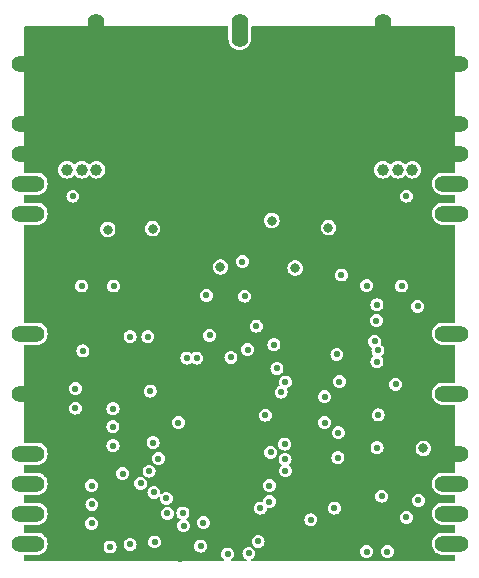
<source format=gbl>
%TF.GenerationSoftware,KiCad,Pcbnew,7.0.2-0*%
%TF.CreationDate,2024-04-25T00:04:58-07:00*%
%TF.ProjectId,LT8490,4c543834-3930-42e6-9b69-6361645f7063,v1.0b*%
%TF.SameCoordinates,Original*%
%TF.FileFunction,Copper,L6,Bot*%
%TF.FilePolarity,Positive*%
%FSLAX46Y46*%
G04 Gerber Fmt 4.6, Leading zero omitted, Abs format (unit mm)*
G04 Created by KiCad (PCBNEW 7.0.2-0) date 2024-04-25 00:04:58*
%MOMM*%
%LPD*%
G01*
G04 APERTURE LIST*
%TA.AperFunction,ComponentPad*%
%ADD10C,1.400000*%
%TD*%
%TA.AperFunction,SMDPad,CuDef*%
%ADD11R,1.400000X1.400000*%
%TD*%
%TA.AperFunction,ViaPad*%
%ADD12C,0.584200*%
%TD*%
%TA.AperFunction,ViaPad*%
%ADD13C,1.000000*%
%TD*%
%TA.AperFunction,ViaPad*%
%ADD14C,0.800000*%
%TD*%
G04 APERTURE END LIST*
D10*
%TO.P,J2,1,Pin_1*%
%TO.N,GND*%
X130650000Y-86910000D03*
D11*
X129950000Y-86910000D03*
D10*
X129250000Y-86910000D03*
%TD*%
%TO.P,J12,1,Pin_1*%
%TO.N,GND*%
X166499997Y-79290012D03*
D11*
X165799997Y-79290012D03*
D10*
X165099997Y-79290012D03*
%TD*%
%TO.P,J10,1,Pin_1*%
%TO.N,REG_{FAULT}*%
X166500000Y-114850000D03*
D11*
X165800000Y-114850000D03*
D10*
X165100000Y-114850000D03*
%TD*%
%TO.P,J3,1,Pin_1*%
%TO.N,VSOLAR*%
X130650000Y-89450000D03*
D11*
X129950000Y-89450000D03*
D10*
X129250000Y-89450000D03*
%TD*%
%TO.P,J1,1,Pin_1*%
%TO.N,GND*%
X130650000Y-84370000D03*
D11*
X129950000Y-84370000D03*
D10*
X129250000Y-84370000D03*
%TD*%
%TO.P,J7,1,Pin_1*%
%TO.N,VBATT*%
X166500000Y-89450000D03*
D11*
X165800000Y-89450000D03*
D10*
X165100000Y-89450000D03*
%TD*%
%TO.P,J9,1,Pin_1*%
%TO.N,unconnected-(J9-Pin_1-Pad1)*%
X130650000Y-117390000D03*
D11*
X129950000Y-117390000D03*
D10*
X129250000Y-117390000D03*
%TD*%
%TO.P,J24,1,Pin_1*%
%TO.N,unconnected-(J24-Pin_1-Pad1)*%
X130650000Y-114850000D03*
D11*
X129950000Y-114850000D03*
D10*
X129250000Y-114850000D03*
%TD*%
%TO.P,J14,1,Pin_1*%
%TO.N,GND*%
X130650000Y-107230000D03*
D11*
X129950000Y-107230000D03*
D10*
X129250000Y-107230000D03*
%TD*%
%TO.P,J19,1,Pin_1*%
%TO.N,GND*%
X135750000Y-75750000D03*
D11*
X135750000Y-76450000D03*
D10*
X135750000Y-77150000D03*
%TD*%
%TO.P,J4,1,Pin_1*%
%TO.N,VSOLAR*%
X130650000Y-91990000D03*
D11*
X129950000Y-91990000D03*
D10*
X129250000Y-91990000D03*
%TD*%
%TO.P,J11,1,Pin_1*%
%TO.N,GND*%
X130650000Y-79290000D03*
D11*
X129950000Y-79290000D03*
D10*
X129250000Y-79290000D03*
%TD*%
%TO.P,J8,1,Pin_1*%
%TO.N,VBATT*%
X166500000Y-91990000D03*
D11*
X165800000Y-91990000D03*
D10*
X165100000Y-91990000D03*
%TD*%
%TO.P,J16,1,Pin_1*%
%TO.N,/SYNC*%
X166500000Y-102150000D03*
D11*
X165800000Y-102150000D03*
D10*
X165100000Y-102150000D03*
%TD*%
%TO.P,J13,1,Pin_1*%
%TO.N,unconnected-(J13-Pin_1-Pad1)*%
X130650000Y-102150000D03*
D11*
X129950000Y-102150000D03*
D10*
X129250000Y-102150000D03*
%TD*%
%TO.P,J6,1,Pin_1*%
%TO.N,GND*%
X166500000Y-86910000D03*
D11*
X165800000Y-86910000D03*
D10*
X165100000Y-86910000D03*
%TD*%
%TO.P,J20,1,Pin_1*%
%TO.N,unconnected-(J20-Pin_1-Pad1)*%
X147875000Y-75750000D03*
D11*
X147875000Y-76450000D03*
D10*
X147875000Y-77150000D03*
%TD*%
%TO.P,J5,1,Pin_1*%
%TO.N,GND*%
X166499997Y-84370012D03*
D11*
X165799997Y-84370012D03*
D10*
X165099997Y-84370012D03*
%TD*%
%TO.P,J23,1,Pin_1*%
%TO.N,/SCL*%
X166500000Y-117390000D03*
D11*
X165800000Y-117390000D03*
D10*
X165100000Y-117390000D03*
%TD*%
%TO.P,J25,1,Pin_1*%
%TO.N,REG_{STATUS}*%
X130650000Y-119930000D03*
D11*
X129950000Y-119930000D03*
D10*
X129250000Y-119930000D03*
%TD*%
%TO.P,J15,1,Pin_1*%
%TO.N,V_{DD}*%
X130650000Y-112310000D03*
D11*
X129950000Y-112310000D03*
D10*
X129250000Y-112310000D03*
%TD*%
%TO.P,J22,1,Pin_1*%
%TO.N,/SDA*%
X166500000Y-119930000D03*
D11*
X165800000Y-119930000D03*
D10*
X165100000Y-119930000D03*
%TD*%
%TO.P,J21,1,Pin_1*%
%TO.N,GND*%
X160000000Y-75750000D03*
D11*
X160000000Y-76450000D03*
D10*
X160000000Y-77150000D03*
%TD*%
%TO.P,J17,1,Pin_1*%
%TO.N,/~{SHDN}*%
X166500000Y-107230000D03*
D11*
X165800000Y-107230000D03*
D10*
X165100000Y-107230000D03*
%TD*%
%TO.P,J18,1,Pin_1*%
%TO.N,GND*%
X166500000Y-112310000D03*
D11*
X165800000Y-112310000D03*
D10*
X165100000Y-112310000D03*
%TD*%
D12*
%TO.N,GND*%
X147200000Y-99950000D03*
X155000000Y-104600000D03*
X145400000Y-109100000D03*
D13*
X159999998Y-85750000D03*
X159999998Y-81750000D03*
D12*
X132000000Y-114991424D03*
D13*
X133249998Y-85750000D03*
D12*
X145400000Y-111800000D03*
D13*
X161250000Y-85750000D03*
D12*
X144000000Y-110900000D03*
X163200000Y-109000000D03*
X155000000Y-106150000D03*
X134900000Y-104700000D03*
X150050000Y-99600000D03*
D13*
X135750000Y-85750000D03*
D12*
X132800000Y-118400000D03*
X133310000Y-111790000D03*
X144000000Y-106400000D03*
X155000000Y-113800000D03*
D13*
X146900000Y-107850000D03*
D12*
X144000000Y-110000000D03*
D13*
X134500000Y-81750000D03*
D12*
X144000000Y-112700000D03*
X156100000Y-99800000D03*
X145400000Y-112700000D03*
X131875000Y-116591424D03*
X135550000Y-109250000D03*
X145250000Y-99900000D03*
X159460000Y-118100000D03*
X145400000Y-110900000D03*
X131350000Y-99450000D03*
X151150000Y-99600000D03*
X145400000Y-106400000D03*
X159400000Y-110500000D03*
X131630000Y-109750000D03*
X133372219Y-113027781D03*
X145520000Y-121160000D03*
X131650000Y-96100000D03*
X158080000Y-109680000D03*
X141600000Y-99150000D03*
X163950000Y-96200000D03*
D13*
X146900000Y-109100002D03*
X161250000Y-81750000D03*
D12*
X146126145Y-117943855D03*
X144000000Y-113600000D03*
X152800000Y-117000000D03*
D13*
X134500000Y-85750000D03*
D12*
X145400000Y-107300000D03*
X154550000Y-99650000D03*
D13*
X133249998Y-81750000D03*
D12*
X162350000Y-114225000D03*
D13*
X162500000Y-85750000D03*
D12*
X145400000Y-108200000D03*
X159985537Y-107025537D03*
X159450000Y-113425000D03*
X155050000Y-111500000D03*
X144000000Y-108200000D03*
X156850000Y-102300000D03*
X165100000Y-105700000D03*
X137110000Y-107000000D03*
X144000000Y-109100000D03*
X147580000Y-117890000D03*
D13*
X146900000Y-106600000D03*
D12*
X145400000Y-113600000D03*
D13*
X162500000Y-81750000D03*
D12*
X144000000Y-107300000D03*
X144000000Y-111800000D03*
X142820000Y-121180000D03*
X145400000Y-110000000D03*
X159200000Y-114300000D03*
D13*
X135750000Y-81750000D03*
%TO.N,VBATT*%
X159999998Y-88250000D03*
X161250000Y-88250000D03*
X162500000Y-88250000D03*
%TO.N,VSOLAR*%
X135750000Y-88250000D03*
X133249998Y-88250000D03*
X134500000Y-88250000D03*
D12*
%TO.N,Net-(U4-TEMPSENSE)*%
X150400000Y-116360000D03*
X159900000Y-115900000D03*
%TO.N,GATEV_{CC}*%
X134600000Y-103600000D03*
X150780000Y-103080000D03*
X145325000Y-102275000D03*
X151750000Y-113750000D03*
%TO.N,Net-(U4-IMON_OUT)*%
X149440000Y-119720000D03*
X151031453Y-105080553D03*
X135346529Y-118210000D03*
%TO.N,Net-(U4-CLKDET)*%
X149300000Y-101500000D03*
X143069824Y-117325935D03*
%TO.N,EXTV_{CC}*%
X142690000Y-109670000D03*
X159460000Y-101030000D03*
X140300000Y-107000000D03*
%TO.N,V_{OUT}*%
X156490000Y-97170670D03*
X156100000Y-103900000D03*
X159300000Y-102800000D03*
%TO.N,V_{DD}*%
X143140000Y-118400000D03*
X150390000Y-115000000D03*
%TO.N,/AVDD*%
X144559567Y-120116600D03*
X162000000Y-117700000D03*
%TO.N,Net-(Q5B-G1)*%
X159576201Y-103560498D03*
X159600000Y-109016424D03*
%TO.N,SWENO*%
X139500000Y-114810000D03*
X156220000Y-110530000D03*
X150494039Y-112186484D03*
%TO.N,Net-(U4-FBIN)*%
X155900000Y-116900000D03*
X135358576Y-116591424D03*
X151390000Y-107090000D03*
D14*
%TO.N,ECON*%
X163425000Y-111850000D03*
D12*
X138600000Y-119980000D03*
X140210000Y-113780000D03*
%TO.N,REG_{FAULT}*%
X149627121Y-116907121D03*
X163000000Y-116250000D03*
%TO.N,Net-(U4-VINR)*%
X135350000Y-115000000D03*
X141750000Y-117360000D03*
%TO.N,Net-(U4-IIR)*%
X141657329Y-116083400D03*
X151716370Y-112766370D03*
%TO.N,REG_{STATUS}*%
X140608814Y-115563191D03*
X136900000Y-120200000D03*
%TO.N,Net-(U4-LDO33)*%
X140680000Y-119763400D03*
X150050000Y-109040000D03*
%TO.N,Net-(U4-FBOR)*%
X144811849Y-118140157D03*
X153900000Y-117900000D03*
X156319854Y-106198813D03*
X151750000Y-106220000D03*
%TO.N,/V_{SW1}*%
X140100000Y-102400000D03*
D14*
X140500000Y-93250000D03*
D12*
%TO.N,/V_{SW2}*%
X143400000Y-104200000D03*
D14*
X150600000Y-92559292D03*
%TO.N,/TG1*%
X136700000Y-93325000D03*
D12*
X138600000Y-102400000D03*
D14*
%TO.N,/BG1*%
X146250000Y-96500000D03*
D12*
X147130000Y-104140000D03*
D14*
%TO.N,/BG2*%
X152580000Y-96590000D03*
D12*
X145056167Y-98891389D03*
D14*
%TO.N,/TG2*%
X155389622Y-93170827D03*
D12*
X144247971Y-104209976D03*
%TO.N,/CSPIN*%
X134500000Y-98100000D03*
X137150000Y-111610000D03*
%TO.N,/CSNIN*%
X137200005Y-98100007D03*
X133969100Y-106795000D03*
%TO.N,/CSPOUT*%
X137140000Y-110000000D03*
X158637500Y-98071064D03*
%TO.N,/CSNOUT*%
X161578511Y-98100000D03*
X137150000Y-108500000D03*
%TO.N,/CSNIN_0*%
X133969100Y-108445000D03*
X140542879Y-111357121D03*
%TO.N,/FBIN*%
X159509100Y-111799643D03*
X137975000Y-114000000D03*
X140990000Y-112730000D03*
X133750000Y-90500000D03*
%TO.N,/FBOUT*%
X162000000Y-90500000D03*
X161080000Y-106420000D03*
X162943400Y-99820000D03*
%TO.N,/FBOUT_0*%
X159500000Y-99700000D03*
X159500000Y-104500000D03*
%TO.N,Net-(NT1-Pad2)*%
X155060000Y-109680000D03*
X148300000Y-98962500D03*
%TO.N,/~{SHDN}*%
X151680000Y-111490000D03*
X156189600Y-112638394D03*
%TO.N,/SYNC*%
X148550000Y-103500000D03*
%TO.N,/SDA*%
X160375000Y-120590000D03*
X146850000Y-120780000D03*
%TO.N,/SCL*%
X158625000Y-120590000D03*
X148649998Y-120750000D03*
%TO.N,/RS+*%
X148100009Y-96037502D03*
X155070000Y-107483400D03*
%TD*%
%TA.AperFunction,Conductor*%
%TO.N,GND*%
G36*
X146902194Y-76149806D02*
G01*
X146920500Y-76194000D01*
X146920500Y-77100033D01*
X146920199Y-77106157D01*
X146915882Y-77149999D01*
X146934310Y-77337113D01*
X146988891Y-77517039D01*
X147077525Y-77682860D01*
X147196800Y-77828199D01*
X147342139Y-77947474D01*
X147342143Y-77947477D01*
X147507961Y-78036109D01*
X147687885Y-78090689D01*
X147875000Y-78109118D01*
X148062115Y-78090689D01*
X148242039Y-78036109D01*
X148407857Y-77947477D01*
X148553199Y-77828199D01*
X148672477Y-77682857D01*
X148761109Y-77517039D01*
X148815689Y-77337115D01*
X148834118Y-77150000D01*
X148829800Y-77106166D01*
X148829499Y-77100039D01*
X148829499Y-76194000D01*
X148847805Y-76149806D01*
X148891999Y-76131500D01*
X166056000Y-76131500D01*
X166100194Y-76149806D01*
X166118500Y-76194000D01*
X166118500Y-88433000D01*
X166100194Y-88477194D01*
X166056000Y-88495500D01*
X165149965Y-88495500D01*
X165143840Y-88495199D01*
X165100000Y-88490882D01*
X164912886Y-88509310D01*
X164732960Y-88563891D01*
X164567139Y-88652525D01*
X164421800Y-88771800D01*
X164302525Y-88917139D01*
X164213891Y-89082960D01*
X164159310Y-89262886D01*
X164140882Y-89449999D01*
X164159310Y-89637113D01*
X164159311Y-89637115D01*
X164213891Y-89817039D01*
X164294297Y-89967468D01*
X164302525Y-89982860D01*
X164421800Y-90128199D01*
X164567139Y-90247474D01*
X164567143Y-90247477D01*
X164732961Y-90336109D01*
X164912885Y-90390689D01*
X165100000Y-90409118D01*
X165143833Y-90404799D01*
X165149959Y-90404499D01*
X166056000Y-90404499D01*
X166100194Y-90422805D01*
X166118500Y-90466999D01*
X166118500Y-90973000D01*
X166100194Y-91017194D01*
X166056000Y-91035500D01*
X165149965Y-91035500D01*
X165143840Y-91035199D01*
X165100000Y-91030882D01*
X164912886Y-91049310D01*
X164732960Y-91103891D01*
X164567139Y-91192525D01*
X164421800Y-91311800D01*
X164302525Y-91457139D01*
X164213891Y-91622960D01*
X164159310Y-91802886D01*
X164140882Y-91989999D01*
X164159310Y-92177113D01*
X164213891Y-92357039D01*
X164302525Y-92522860D01*
X164421800Y-92668199D01*
X164567139Y-92787474D01*
X164567143Y-92787477D01*
X164732961Y-92876109D01*
X164912885Y-92930689D01*
X165100000Y-92949118D01*
X165143833Y-92944799D01*
X165149959Y-92944499D01*
X166056000Y-92944499D01*
X166100194Y-92962805D01*
X166118500Y-93006999D01*
X166118500Y-101133000D01*
X166100194Y-101177194D01*
X166056000Y-101195500D01*
X165149965Y-101195500D01*
X165143840Y-101195199D01*
X165100000Y-101190882D01*
X164912886Y-101209310D01*
X164732960Y-101263891D01*
X164567139Y-101352525D01*
X164421800Y-101471800D01*
X164302525Y-101617139D01*
X164213891Y-101782960D01*
X164159310Y-101962886D01*
X164140882Y-102150000D01*
X164159310Y-102337113D01*
X164159311Y-102337115D01*
X164213891Y-102517039D01*
X164288867Y-102657309D01*
X164302525Y-102682860D01*
X164421800Y-102828199D01*
X164561311Y-102942691D01*
X164567143Y-102947477D01*
X164732961Y-103036109D01*
X164912885Y-103090689D01*
X165100000Y-103109118D01*
X165143833Y-103104799D01*
X165149959Y-103104499D01*
X166056000Y-103104499D01*
X166100194Y-103122805D01*
X166118500Y-103166999D01*
X166118500Y-106213000D01*
X166100194Y-106257194D01*
X166056000Y-106275500D01*
X165149965Y-106275500D01*
X165143840Y-106275199D01*
X165100000Y-106270882D01*
X164912886Y-106289310D01*
X164732960Y-106343891D01*
X164567139Y-106432525D01*
X164421800Y-106551800D01*
X164302525Y-106697139D01*
X164213891Y-106862960D01*
X164159310Y-107042886D01*
X164140882Y-107230000D01*
X164159310Y-107417113D01*
X164194322Y-107532531D01*
X164213891Y-107597039D01*
X164300493Y-107759060D01*
X164302525Y-107762860D01*
X164421800Y-107908199D01*
X164553074Y-108015931D01*
X164567143Y-108027477D01*
X164732961Y-108116109D01*
X164912885Y-108170689D01*
X165100000Y-108189118D01*
X165143833Y-108184799D01*
X165149959Y-108184499D01*
X166056000Y-108184499D01*
X166100194Y-108202805D01*
X166118500Y-108246999D01*
X166118500Y-113833000D01*
X166100194Y-113877194D01*
X166056000Y-113895500D01*
X165149965Y-113895500D01*
X165143840Y-113895199D01*
X165118350Y-113892689D01*
X165100000Y-113890882D01*
X164912886Y-113909310D01*
X164732960Y-113963891D01*
X164567139Y-114052525D01*
X164421800Y-114171800D01*
X164302525Y-114317139D01*
X164213891Y-114482960D01*
X164159310Y-114662886D01*
X164140882Y-114850000D01*
X164159310Y-115037113D01*
X164200638Y-115173350D01*
X164213891Y-115217039D01*
X164294297Y-115367468D01*
X164302525Y-115382860D01*
X164421800Y-115528199D01*
X164567139Y-115647474D01*
X164567143Y-115647477D01*
X164732961Y-115736109D01*
X164912885Y-115790689D01*
X165100000Y-115809118D01*
X165143833Y-115804799D01*
X165149959Y-115804499D01*
X166056000Y-115804499D01*
X166100194Y-115822805D01*
X166118500Y-115866999D01*
X166118500Y-116373000D01*
X166100194Y-116417194D01*
X166056000Y-116435500D01*
X165149965Y-116435500D01*
X165143840Y-116435199D01*
X165100000Y-116430882D01*
X164912886Y-116449310D01*
X164732960Y-116503891D01*
X164567139Y-116592525D01*
X164421800Y-116711800D01*
X164302525Y-116857139D01*
X164213891Y-117022960D01*
X164159310Y-117202886D01*
X164140882Y-117390000D01*
X164159310Y-117577113D01*
X164206460Y-117732544D01*
X164213891Y-117757039D01*
X164302356Y-117922545D01*
X164302525Y-117922860D01*
X164421800Y-118068199D01*
X164554931Y-118177455D01*
X164567143Y-118187477D01*
X164732961Y-118276109D01*
X164912885Y-118330689D01*
X165100000Y-118349118D01*
X165143833Y-118344799D01*
X165149959Y-118344499D01*
X166056000Y-118344499D01*
X166100194Y-118362805D01*
X166118500Y-118406999D01*
X166118500Y-118913000D01*
X166100194Y-118957194D01*
X166056000Y-118975500D01*
X165149965Y-118975500D01*
X165143840Y-118975199D01*
X165100000Y-118970882D01*
X164912886Y-118989310D01*
X164732960Y-119043891D01*
X164567139Y-119132525D01*
X164421800Y-119251800D01*
X164302525Y-119397139D01*
X164213891Y-119562960D01*
X164159310Y-119742886D01*
X164140882Y-119929999D01*
X164159310Y-120117113D01*
X164202440Y-120259291D01*
X164213891Y-120297039D01*
X164294212Y-120447309D01*
X164302525Y-120462860D01*
X164421800Y-120608199D01*
X164494568Y-120667917D01*
X164567143Y-120727477D01*
X164732961Y-120816109D01*
X164912885Y-120870689D01*
X165100000Y-120889118D01*
X165143833Y-120884799D01*
X165149959Y-120884499D01*
X166056000Y-120884499D01*
X166100194Y-120902805D01*
X166118500Y-120946999D01*
X166118500Y-121306000D01*
X166100194Y-121350194D01*
X166056000Y-121368500D01*
X148899352Y-121368500D01*
X148855158Y-121350194D01*
X148836852Y-121306000D01*
X148855158Y-121261806D01*
X148875435Y-121248257D01*
X148925657Y-121227455D01*
X149039838Y-121139840D01*
X149127453Y-121025659D01*
X149182529Y-120892691D01*
X149201315Y-120750000D01*
X149182529Y-120607309D01*
X149175359Y-120590000D01*
X158073683Y-120590000D01*
X158092468Y-120732689D01*
X158147545Y-120865660D01*
X158176048Y-120902805D01*
X158235160Y-120979840D01*
X158294872Y-121025659D01*
X158349339Y-121067454D01*
X158349340Y-121067454D01*
X158349341Y-121067455D01*
X158482309Y-121122531D01*
X158625000Y-121141317D01*
X158767691Y-121122531D01*
X158900659Y-121067455D01*
X159014840Y-120979840D01*
X159102455Y-120865659D01*
X159157531Y-120732691D01*
X159176317Y-120590000D01*
X159823683Y-120590000D01*
X159842468Y-120732689D01*
X159897545Y-120865660D01*
X159926048Y-120902805D01*
X159985160Y-120979840D01*
X160044872Y-121025659D01*
X160099339Y-121067454D01*
X160099340Y-121067454D01*
X160099341Y-121067455D01*
X160232309Y-121122531D01*
X160375000Y-121141317D01*
X160517691Y-121122531D01*
X160650659Y-121067455D01*
X160764840Y-120979840D01*
X160852455Y-120865659D01*
X160907531Y-120732691D01*
X160926317Y-120590000D01*
X160907531Y-120447309D01*
X160852455Y-120314342D01*
X160852454Y-120314341D01*
X160852454Y-120314340D01*
X160764840Y-120200160D01*
X160650660Y-120112545D01*
X160517689Y-120057468D01*
X160375000Y-120038683D01*
X160232310Y-120057468D01*
X160099342Y-120112544D01*
X159985159Y-120200159D01*
X159897544Y-120314342D01*
X159842468Y-120447310D01*
X159823683Y-120590000D01*
X159176317Y-120590000D01*
X159157531Y-120447309D01*
X159102455Y-120314342D01*
X159102454Y-120314341D01*
X159102454Y-120314340D01*
X159014840Y-120200160D01*
X158900660Y-120112545D01*
X158767689Y-120057468D01*
X158625000Y-120038683D01*
X158482310Y-120057468D01*
X158349342Y-120112544D01*
X158235159Y-120200159D01*
X158147544Y-120314342D01*
X158092468Y-120447310D01*
X158073683Y-120590000D01*
X149175359Y-120590000D01*
X149127453Y-120474342D01*
X149127452Y-120474341D01*
X149127452Y-120474340D01*
X149039838Y-120360160D01*
X148925658Y-120272545D01*
X148792687Y-120217468D01*
X148649998Y-120198683D01*
X148507308Y-120217468D01*
X148374340Y-120272544D01*
X148260157Y-120360159D01*
X148172542Y-120474342D01*
X148117466Y-120607310D01*
X148098681Y-120750000D01*
X148117466Y-120892689D01*
X148172543Y-121025660D01*
X148216350Y-121082749D01*
X148260158Y-121139840D01*
X148334557Y-121196929D01*
X148374337Y-121227454D01*
X148424561Y-121248257D01*
X148458386Y-121282082D01*
X148458387Y-121329917D01*
X148424562Y-121363742D01*
X148400644Y-121368500D01*
X147165062Y-121368500D01*
X147120868Y-121350194D01*
X147102562Y-121306000D01*
X147120868Y-121261806D01*
X147127014Y-121256416D01*
X147164757Y-121227454D01*
X147239840Y-121169840D01*
X147327455Y-121055659D01*
X147382531Y-120922691D01*
X147401317Y-120780000D01*
X147382531Y-120637309D01*
X147327455Y-120504342D01*
X147327454Y-120504341D01*
X147327454Y-120504340D01*
X147239840Y-120390160D01*
X147125660Y-120302545D01*
X146992689Y-120247468D01*
X146850000Y-120228683D01*
X146707310Y-120247468D01*
X146574342Y-120302544D01*
X146460159Y-120390159D01*
X146372544Y-120504342D01*
X146317468Y-120637310D01*
X146298683Y-120780000D01*
X146317468Y-120922689D01*
X146372545Y-121055660D01*
X146381596Y-121067455D01*
X146460160Y-121169840D01*
X146525077Y-121219653D01*
X146572986Y-121256416D01*
X146596903Y-121297843D01*
X146584522Y-121344048D01*
X146543095Y-121367965D01*
X146534938Y-121368500D01*
X129694000Y-121368500D01*
X129649806Y-121350194D01*
X129631500Y-121306000D01*
X129631500Y-120946999D01*
X129649806Y-120902805D01*
X129694000Y-120884499D01*
X130600032Y-120884499D01*
X130606158Y-120884800D01*
X130650000Y-120889118D01*
X130837115Y-120870689D01*
X131017039Y-120816109D01*
X131182857Y-120727477D01*
X131328199Y-120608199D01*
X131447477Y-120462857D01*
X131536109Y-120297039D01*
X131565546Y-120199999D01*
X136348683Y-120199999D01*
X136367468Y-120342689D01*
X136422545Y-120475660D01*
X136446164Y-120506440D01*
X136510160Y-120589840D01*
X136572022Y-120637309D01*
X136624339Y-120677454D01*
X136624340Y-120677454D01*
X136624341Y-120677455D01*
X136757309Y-120732531D01*
X136900000Y-120751317D01*
X137042691Y-120732531D01*
X137175659Y-120677455D01*
X137289840Y-120589840D01*
X137377455Y-120475659D01*
X137432531Y-120342691D01*
X137451317Y-120200000D01*
X137432531Y-120057309D01*
X137400509Y-119980000D01*
X138048683Y-119980000D01*
X138067468Y-120122689D01*
X138122545Y-120255660D01*
X138135501Y-120272544D01*
X138210160Y-120369840D01*
X138284559Y-120426929D01*
X138324339Y-120457454D01*
X138324340Y-120457454D01*
X138324341Y-120457455D01*
X138457309Y-120512531D01*
X138600000Y-120531317D01*
X138742691Y-120512531D01*
X138875659Y-120457455D01*
X138989840Y-120369840D01*
X139077455Y-120255659D01*
X139132531Y-120122691D01*
X139151317Y-119980000D01*
X139132531Y-119837309D01*
X139101917Y-119763400D01*
X140128683Y-119763400D01*
X140147468Y-119906089D01*
X140202545Y-120039060D01*
X140246352Y-120096149D01*
X140290160Y-120153240D01*
X140351307Y-120200160D01*
X140404339Y-120240854D01*
X140404340Y-120240854D01*
X140404341Y-120240855D01*
X140537309Y-120295931D01*
X140680000Y-120314717D01*
X140822691Y-120295931D01*
X140955659Y-120240855D01*
X141069840Y-120153240D01*
X141097956Y-120116599D01*
X144008250Y-120116599D01*
X144027035Y-120259289D01*
X144082112Y-120392260D01*
X144125919Y-120449349D01*
X144169727Y-120506440D01*
X144244126Y-120563529D01*
X144283906Y-120594054D01*
X144283907Y-120594054D01*
X144283908Y-120594055D01*
X144416876Y-120649131D01*
X144559567Y-120667917D01*
X144702258Y-120649131D01*
X144835226Y-120594055D01*
X144949407Y-120506440D01*
X145037022Y-120392259D01*
X145092098Y-120259291D01*
X145110884Y-120116600D01*
X145092098Y-119973909D01*
X145037022Y-119840942D01*
X145037021Y-119840941D01*
X145037021Y-119840940D01*
X144949407Y-119726760D01*
X144940597Y-119720000D01*
X148888683Y-119720000D01*
X148907468Y-119862689D01*
X148962545Y-119995660D01*
X148995559Y-120038683D01*
X149050160Y-120109840D01*
X149124559Y-120166929D01*
X149164339Y-120197454D01*
X149164340Y-120197454D01*
X149164341Y-120197455D01*
X149297309Y-120252531D01*
X149440000Y-120271317D01*
X149582691Y-120252531D01*
X149715659Y-120197455D01*
X149829840Y-120109840D01*
X149917455Y-119995659D01*
X149972531Y-119862691D01*
X149991317Y-119720000D01*
X149972531Y-119577309D01*
X149917455Y-119444342D01*
X149917454Y-119444341D01*
X149917454Y-119444340D01*
X149829840Y-119330160D01*
X149715660Y-119242545D01*
X149582689Y-119187468D01*
X149440000Y-119168683D01*
X149297310Y-119187468D01*
X149164342Y-119242544D01*
X149050159Y-119330159D01*
X148962544Y-119444342D01*
X148907468Y-119577310D01*
X148888683Y-119720000D01*
X144940597Y-119720000D01*
X144835227Y-119639145D01*
X144702256Y-119584068D01*
X144559567Y-119565283D01*
X144416877Y-119584068D01*
X144283909Y-119639144D01*
X144169726Y-119726759D01*
X144082111Y-119840942D01*
X144027035Y-119973910D01*
X144008250Y-120116599D01*
X141097956Y-120116599D01*
X141157455Y-120039059D01*
X141212531Y-119906091D01*
X141231317Y-119763400D01*
X141212531Y-119620709D01*
X141157455Y-119487742D01*
X141157454Y-119487741D01*
X141157454Y-119487740D01*
X141069840Y-119373560D01*
X140955660Y-119285945D01*
X140822689Y-119230868D01*
X140680000Y-119212083D01*
X140537310Y-119230868D01*
X140404342Y-119285944D01*
X140290159Y-119373559D01*
X140202544Y-119487742D01*
X140147468Y-119620710D01*
X140128683Y-119763400D01*
X139101917Y-119763400D01*
X139077455Y-119704342D01*
X139077454Y-119704341D01*
X139077454Y-119704340D01*
X138989840Y-119590160D01*
X138875660Y-119502545D01*
X138742689Y-119447468D01*
X138600000Y-119428683D01*
X138457310Y-119447468D01*
X138324342Y-119502544D01*
X138210159Y-119590159D01*
X138122544Y-119704342D01*
X138067468Y-119837310D01*
X138048683Y-119980000D01*
X137400509Y-119980000D01*
X137377455Y-119924342D01*
X137377454Y-119924341D01*
X137377454Y-119924340D01*
X137289840Y-119810160D01*
X137175660Y-119722545D01*
X137042689Y-119667468D01*
X136921633Y-119651531D01*
X136900000Y-119648683D01*
X136899999Y-119648683D01*
X136757310Y-119667468D01*
X136624342Y-119722544D01*
X136510159Y-119810159D01*
X136422544Y-119924342D01*
X136367468Y-120057310D01*
X136348683Y-120199999D01*
X131565546Y-120199999D01*
X131590689Y-120117115D01*
X131609118Y-119930000D01*
X131590689Y-119742885D01*
X131536109Y-119562961D01*
X131447477Y-119397143D01*
X131428123Y-119373560D01*
X131328199Y-119251800D01*
X131182860Y-119132525D01*
X131182858Y-119132524D01*
X131182857Y-119132523D01*
X131017039Y-119043891D01*
X131017039Y-119043890D01*
X130837113Y-118989310D01*
X130670441Y-118972895D01*
X130650000Y-118970882D01*
X130649999Y-118970882D01*
X130606166Y-118975199D01*
X130600041Y-118975500D01*
X129694000Y-118975500D01*
X129649806Y-118957194D01*
X129631500Y-118913000D01*
X129631500Y-118406999D01*
X129649806Y-118362805D01*
X129694000Y-118344499D01*
X130600032Y-118344499D01*
X130606158Y-118344800D01*
X130650000Y-118349118D01*
X130837115Y-118330689D01*
X131017039Y-118276109D01*
X131140720Y-118210000D01*
X134795212Y-118210000D01*
X134813997Y-118352689D01*
X134869074Y-118485660D01*
X134903095Y-118529996D01*
X134956689Y-118599840D01*
X135031088Y-118656929D01*
X135070868Y-118687454D01*
X135070869Y-118687454D01*
X135070870Y-118687455D01*
X135203838Y-118742531D01*
X135346529Y-118761317D01*
X135489220Y-118742531D01*
X135622188Y-118687455D01*
X135736369Y-118599840D01*
X135823984Y-118485659D01*
X135879060Y-118352691D01*
X135897846Y-118210000D01*
X135879060Y-118067309D01*
X135823984Y-117934342D01*
X135823983Y-117934341D01*
X135823983Y-117934340D01*
X135736369Y-117820160D01*
X135622189Y-117732545D01*
X135489218Y-117677468D01*
X135346529Y-117658683D01*
X135203839Y-117677468D01*
X135070871Y-117732544D01*
X134956688Y-117820159D01*
X134869073Y-117934342D01*
X134813997Y-118067310D01*
X134795212Y-118210000D01*
X131140720Y-118210000D01*
X131182857Y-118187477D01*
X131328199Y-118068199D01*
X131447477Y-117922857D01*
X131536109Y-117757039D01*
X131590689Y-117577115D01*
X131609118Y-117390000D01*
X131606163Y-117360000D01*
X141198683Y-117360000D01*
X141217468Y-117502689D01*
X141272545Y-117635660D01*
X141290212Y-117658683D01*
X141360160Y-117749840D01*
X141420310Y-117795995D01*
X141474339Y-117837454D01*
X141474340Y-117837454D01*
X141474341Y-117837455D01*
X141607309Y-117892531D01*
X141750000Y-117911317D01*
X141892691Y-117892531D01*
X142025659Y-117837455D01*
X142139840Y-117749840D01*
X142227455Y-117635659D01*
X142282531Y-117502691D01*
X142301317Y-117360000D01*
X142296832Y-117325935D01*
X142518507Y-117325935D01*
X142537292Y-117468624D01*
X142592369Y-117601595D01*
X142609824Y-117624342D01*
X142679984Y-117715775D01*
X142725000Y-117750317D01*
X142794163Y-117803389D01*
X142794164Y-117803389D01*
X142794165Y-117803390D01*
X142840573Y-117822612D01*
X142874398Y-117856436D01*
X142874399Y-117904272D01*
X142854704Y-117929939D01*
X142750161Y-118010157D01*
X142662544Y-118124342D01*
X142607468Y-118257310D01*
X142588683Y-118400000D01*
X142607468Y-118542689D01*
X142662545Y-118675660D01*
X142674680Y-118691474D01*
X142750160Y-118789840D01*
X142824559Y-118846929D01*
X142864339Y-118877454D01*
X142864340Y-118877454D01*
X142864341Y-118877455D01*
X142997309Y-118932531D01*
X143140000Y-118951317D01*
X143282691Y-118932531D01*
X143415659Y-118877455D01*
X143529840Y-118789840D01*
X143617455Y-118675659D01*
X143672531Y-118542691D01*
X143691317Y-118400000D01*
X143672531Y-118257309D01*
X143624006Y-118140157D01*
X144260532Y-118140157D01*
X144279317Y-118282846D01*
X144334394Y-118415817D01*
X144361634Y-118451316D01*
X144422009Y-118529997D01*
X144496408Y-118587086D01*
X144536188Y-118617611D01*
X144536189Y-118617611D01*
X144536190Y-118617612D01*
X144669158Y-118672688D01*
X144811849Y-118691474D01*
X144954540Y-118672688D01*
X145087508Y-118617612D01*
X145201689Y-118529997D01*
X145289304Y-118415816D01*
X145344380Y-118282848D01*
X145363166Y-118140157D01*
X145344380Y-117997466D01*
X145304009Y-117900000D01*
X153348683Y-117900000D01*
X153367468Y-118042689D01*
X153422545Y-118175660D01*
X153431613Y-118187477D01*
X153510160Y-118289840D01*
X153563395Y-118330689D01*
X153624339Y-118377454D01*
X153624340Y-118377454D01*
X153624341Y-118377455D01*
X153757309Y-118432531D01*
X153900000Y-118451317D01*
X154042691Y-118432531D01*
X154175659Y-118377455D01*
X154289840Y-118289840D01*
X154377455Y-118175659D01*
X154432531Y-118042691D01*
X154451317Y-117900000D01*
X154432531Y-117757309D01*
X154408793Y-117699999D01*
X161448683Y-117699999D01*
X161467468Y-117842689D01*
X161522545Y-117975660D01*
X161566352Y-118032749D01*
X161610160Y-118089840D01*
X161675734Y-118140157D01*
X161724339Y-118177454D01*
X161724340Y-118177454D01*
X161724341Y-118177455D01*
X161857309Y-118232531D01*
X162000000Y-118251317D01*
X162142691Y-118232531D01*
X162275659Y-118177455D01*
X162389840Y-118089840D01*
X162477455Y-117975659D01*
X162532531Y-117842691D01*
X162551317Y-117700000D01*
X162532531Y-117557309D01*
X162477455Y-117424342D01*
X162477454Y-117424341D01*
X162477454Y-117424340D01*
X162389840Y-117310160D01*
X162275660Y-117222545D01*
X162142689Y-117167468D01*
X162000000Y-117148683D01*
X161857310Y-117167468D01*
X161724342Y-117222544D01*
X161610159Y-117310159D01*
X161522544Y-117424342D01*
X161467468Y-117557310D01*
X161448683Y-117699999D01*
X154408793Y-117699999D01*
X154377455Y-117624342D01*
X154377454Y-117624341D01*
X154377454Y-117624340D01*
X154289840Y-117510160D01*
X154175660Y-117422545D01*
X154042689Y-117367468D01*
X153900000Y-117348683D01*
X153757310Y-117367468D01*
X153624342Y-117422544D01*
X153510159Y-117510159D01*
X153422544Y-117624342D01*
X153367468Y-117757310D01*
X153348683Y-117900000D01*
X145304009Y-117900000D01*
X145289304Y-117864499D01*
X145289303Y-117864498D01*
X145289303Y-117864497D01*
X145201689Y-117750317D01*
X145087509Y-117662702D01*
X144954538Y-117607625D01*
X144833482Y-117591688D01*
X144811849Y-117588840D01*
X144811848Y-117588840D01*
X144669159Y-117607625D01*
X144536191Y-117662701D01*
X144422008Y-117750316D01*
X144334393Y-117864499D01*
X144279317Y-117997467D01*
X144260532Y-118140157D01*
X143624006Y-118140157D01*
X143617455Y-118124342D01*
X143617454Y-118124341D01*
X143617454Y-118124340D01*
X143529840Y-118010160D01*
X143415660Y-117922545D01*
X143369250Y-117903322D01*
X143335425Y-117869497D01*
X143335424Y-117821662D01*
X143355117Y-117795997D01*
X143459664Y-117715775D01*
X143547279Y-117601594D01*
X143602355Y-117468626D01*
X143621141Y-117325935D01*
X143602355Y-117183244D01*
X143547279Y-117050277D01*
X143547278Y-117050276D01*
X143547278Y-117050275D01*
X143459664Y-116936095D01*
X143421905Y-116907121D01*
X149075804Y-116907121D01*
X149078652Y-116928754D01*
X149094589Y-117049810D01*
X149149666Y-117182781D01*
X149165093Y-117202885D01*
X149237281Y-117296961D01*
X149304686Y-117348683D01*
X149351460Y-117384575D01*
X149351461Y-117384575D01*
X149351462Y-117384576D01*
X149484430Y-117439652D01*
X149627121Y-117458438D01*
X149769812Y-117439652D01*
X149902780Y-117384576D01*
X150016961Y-117296961D01*
X150104576Y-117182780D01*
X150159652Y-117049812D01*
X150173706Y-116943057D01*
X150197623Y-116901633D01*
X150243829Y-116889252D01*
X150254862Y-116892208D01*
X150257306Y-116892529D01*
X150257309Y-116892531D01*
X150400000Y-116911317D01*
X150485959Y-116900000D01*
X155348683Y-116900000D01*
X155367468Y-117042689D01*
X155422545Y-117175660D01*
X155443436Y-117202885D01*
X155510160Y-117289840D01*
X155584559Y-117346929D01*
X155624339Y-117377454D01*
X155624340Y-117377454D01*
X155624341Y-117377455D01*
X155757309Y-117432531D01*
X155900000Y-117451317D01*
X156042691Y-117432531D01*
X156175659Y-117377455D01*
X156289840Y-117289840D01*
X156377455Y-117175659D01*
X156432531Y-117042691D01*
X156451317Y-116900000D01*
X156432531Y-116757309D01*
X156377455Y-116624342D01*
X156377454Y-116624341D01*
X156377454Y-116624340D01*
X156289840Y-116510160D01*
X156175660Y-116422545D01*
X156042689Y-116367468D01*
X155900000Y-116348683D01*
X155757310Y-116367468D01*
X155624342Y-116422544D01*
X155510159Y-116510159D01*
X155422544Y-116624342D01*
X155367468Y-116757310D01*
X155348683Y-116900000D01*
X150485959Y-116900000D01*
X150542691Y-116892531D01*
X150675659Y-116837455D01*
X150789840Y-116749840D01*
X150877455Y-116635659D01*
X150932531Y-116502691D01*
X150951317Y-116360000D01*
X150932531Y-116217309D01*
X150877455Y-116084342D01*
X150877454Y-116084341D01*
X150877454Y-116084340D01*
X150789840Y-115970160D01*
X150698407Y-115900000D01*
X159348683Y-115900000D01*
X159367468Y-116042689D01*
X159422545Y-116175660D01*
X159442437Y-116201583D01*
X159510160Y-116289840D01*
X159584559Y-116346929D01*
X159624339Y-116377454D01*
X159624340Y-116377454D01*
X159624341Y-116377455D01*
X159757309Y-116432531D01*
X159900000Y-116451317D01*
X160042691Y-116432531D01*
X160175659Y-116377455D01*
X160289840Y-116289840D01*
X160320411Y-116250000D01*
X162448683Y-116250000D01*
X162467468Y-116392689D01*
X162522545Y-116525660D01*
X162549551Y-116560854D01*
X162610160Y-116639840D01*
X162684559Y-116696929D01*
X162724339Y-116727454D01*
X162724340Y-116727454D01*
X162724341Y-116727455D01*
X162857309Y-116782531D01*
X163000000Y-116801317D01*
X163142691Y-116782531D01*
X163275659Y-116727455D01*
X163389840Y-116639840D01*
X163477455Y-116525659D01*
X163532531Y-116392691D01*
X163551317Y-116250000D01*
X163532531Y-116107309D01*
X163477455Y-115974342D01*
X163477454Y-115974341D01*
X163477454Y-115974340D01*
X163389840Y-115860160D01*
X163275660Y-115772545D01*
X163142689Y-115717468D01*
X163000000Y-115698683D01*
X162857310Y-115717468D01*
X162724342Y-115772544D01*
X162610159Y-115860159D01*
X162522544Y-115974342D01*
X162467468Y-116107310D01*
X162448683Y-116250000D01*
X160320411Y-116250000D01*
X160377455Y-116175659D01*
X160432531Y-116042691D01*
X160451317Y-115900000D01*
X160432531Y-115757309D01*
X160377455Y-115624342D01*
X160377454Y-115624341D01*
X160377454Y-115624340D01*
X160289840Y-115510160D01*
X160175660Y-115422545D01*
X160042689Y-115367468D01*
X159921633Y-115351531D01*
X159900000Y-115348683D01*
X159899999Y-115348683D01*
X159757310Y-115367468D01*
X159624342Y-115422544D01*
X159510159Y-115510159D01*
X159422544Y-115624342D01*
X159367468Y-115757310D01*
X159348683Y-115900000D01*
X150698407Y-115900000D01*
X150675660Y-115882545D01*
X150542689Y-115827468D01*
X150400000Y-115808683D01*
X150257310Y-115827468D01*
X150124342Y-115882544D01*
X150010159Y-115970159D01*
X149922544Y-116084342D01*
X149867468Y-116217310D01*
X149853414Y-116324061D01*
X149829496Y-116365488D01*
X149783291Y-116377868D01*
X149772256Y-116374911D01*
X149648427Y-116358609D01*
X149627121Y-116355804D01*
X149627120Y-116355804D01*
X149484431Y-116374589D01*
X149351463Y-116429665D01*
X149237280Y-116517280D01*
X149149665Y-116631463D01*
X149094589Y-116764431D01*
X149075804Y-116907120D01*
X149075804Y-116907121D01*
X143421905Y-116907121D01*
X143345484Y-116848480D01*
X143212513Y-116793403D01*
X143069824Y-116774618D01*
X142927134Y-116793403D01*
X142794166Y-116848479D01*
X142679983Y-116936094D01*
X142592368Y-117050277D01*
X142537292Y-117183245D01*
X142518507Y-117325935D01*
X142296832Y-117325935D01*
X142282531Y-117217309D01*
X142227455Y-117084342D01*
X142227454Y-117084341D01*
X142227454Y-117084340D01*
X142139840Y-116970160D01*
X142025660Y-116882545D01*
X141892689Y-116827468D01*
X141771633Y-116811531D01*
X141750000Y-116808683D01*
X141749999Y-116808683D01*
X141607310Y-116827468D01*
X141474342Y-116882544D01*
X141360159Y-116970159D01*
X141272544Y-117084342D01*
X141217468Y-117217310D01*
X141198683Y-117360000D01*
X131606163Y-117360000D01*
X131590689Y-117202885D01*
X131536109Y-117022961D01*
X131447477Y-116857143D01*
X131447474Y-116857139D01*
X131328199Y-116711800D01*
X131182860Y-116592525D01*
X131182858Y-116592524D01*
X131182857Y-116592523D01*
X131180801Y-116591424D01*
X134807259Y-116591424D01*
X134826044Y-116734113D01*
X134881121Y-116867084D01*
X134915062Y-116911316D01*
X134968736Y-116981264D01*
X135023075Y-117022960D01*
X135082915Y-117068878D01*
X135082916Y-117068878D01*
X135082917Y-117068879D01*
X135215885Y-117123955D01*
X135358576Y-117142741D01*
X135501267Y-117123955D01*
X135634235Y-117068879D01*
X135748416Y-116981264D01*
X135836031Y-116867083D01*
X135891107Y-116734115D01*
X135909893Y-116591424D01*
X135891107Y-116448733D01*
X135836031Y-116315766D01*
X135836030Y-116315765D01*
X135836030Y-116315764D01*
X135748416Y-116201584D01*
X135634236Y-116113969D01*
X135501265Y-116058892D01*
X135358576Y-116040107D01*
X135215886Y-116058892D01*
X135082918Y-116113968D01*
X134968735Y-116201583D01*
X134881120Y-116315766D01*
X134826044Y-116448734D01*
X134807259Y-116591424D01*
X131180801Y-116591424D01*
X131017039Y-116503891D01*
X131013077Y-116502689D01*
X130837113Y-116449310D01*
X130666743Y-116432531D01*
X130650000Y-116430882D01*
X130649999Y-116430882D01*
X130606166Y-116435199D01*
X130600041Y-116435500D01*
X129694000Y-116435500D01*
X129649806Y-116417194D01*
X129631500Y-116373000D01*
X129631500Y-115866999D01*
X129649806Y-115822805D01*
X129694000Y-115804499D01*
X130600032Y-115804499D01*
X130606158Y-115804800D01*
X130650000Y-115809118D01*
X130837115Y-115790689D01*
X131017039Y-115736109D01*
X131182857Y-115647477D01*
X131285561Y-115563191D01*
X140057497Y-115563191D01*
X140076282Y-115705880D01*
X140131359Y-115838851D01*
X140175166Y-115895940D01*
X140218974Y-115953031D01*
X140265065Y-115988398D01*
X140333153Y-116040645D01*
X140333154Y-116040645D01*
X140333155Y-116040646D01*
X140466123Y-116095722D01*
X140608814Y-116114508D01*
X140751505Y-116095722D01*
X140884473Y-116040646D01*
X140998654Y-115953031D01*
X141006971Y-115942191D01*
X141048395Y-115918275D01*
X141094601Y-115930655D01*
X141118519Y-115972081D01*
X141118519Y-115988398D01*
X141106012Y-116083399D01*
X141124797Y-116226089D01*
X141179874Y-116359060D01*
X141223681Y-116416149D01*
X141267489Y-116473240D01*
X141341888Y-116530329D01*
X141381668Y-116560854D01*
X141381669Y-116560854D01*
X141381670Y-116560855D01*
X141514638Y-116615931D01*
X141657329Y-116634717D01*
X141800020Y-116615931D01*
X141932988Y-116560855D01*
X142047169Y-116473240D01*
X142134784Y-116359059D01*
X142189860Y-116226091D01*
X142208646Y-116083400D01*
X142189860Y-115940709D01*
X142134784Y-115807742D01*
X142134783Y-115807741D01*
X142134783Y-115807740D01*
X142047169Y-115693560D01*
X141932989Y-115605945D01*
X141800018Y-115550868D01*
X141678962Y-115534931D01*
X141657329Y-115532083D01*
X141657328Y-115532083D01*
X141514639Y-115550868D01*
X141381671Y-115605944D01*
X141267486Y-115693561D01*
X141259171Y-115704398D01*
X141217743Y-115728314D01*
X141171538Y-115715931D01*
X141147622Y-115674503D01*
X141147622Y-115658196D01*
X141160131Y-115563191D01*
X141141345Y-115420500D01*
X141086269Y-115287533D01*
X141086268Y-115287532D01*
X141086268Y-115287531D01*
X140998654Y-115173351D01*
X140884474Y-115085736D01*
X140751503Y-115030659D01*
X140608814Y-115011874D01*
X140466124Y-115030659D01*
X140333156Y-115085735D01*
X140218973Y-115173350D01*
X140131358Y-115287533D01*
X140076282Y-115420501D01*
X140057497Y-115563191D01*
X131285561Y-115563191D01*
X131328199Y-115528199D01*
X131447477Y-115382857D01*
X131536109Y-115217039D01*
X131590689Y-115037115D01*
X131594344Y-115000000D01*
X134798683Y-115000000D01*
X134817468Y-115142689D01*
X134872545Y-115275660D01*
X134881656Y-115287533D01*
X134960160Y-115389840D01*
X135002782Y-115422545D01*
X135074339Y-115477454D01*
X135074340Y-115477454D01*
X135074341Y-115477455D01*
X135207309Y-115532531D01*
X135350000Y-115551317D01*
X135492691Y-115532531D01*
X135625659Y-115477455D01*
X135739840Y-115389840D01*
X135827455Y-115275659D01*
X135882531Y-115142691D01*
X135901317Y-115000000D01*
X135882531Y-114857309D01*
X135862935Y-114810000D01*
X138948683Y-114810000D01*
X138967468Y-114952689D01*
X139022545Y-115085660D01*
X139066306Y-115142689D01*
X139110160Y-115199840D01*
X139184559Y-115256929D01*
X139224339Y-115287454D01*
X139224340Y-115287454D01*
X139224341Y-115287455D01*
X139357309Y-115342531D01*
X139500000Y-115361317D01*
X139642691Y-115342531D01*
X139775659Y-115287455D01*
X139889840Y-115199840D01*
X139977455Y-115085659D01*
X140012935Y-115000000D01*
X149838683Y-115000000D01*
X149857468Y-115142689D01*
X149912545Y-115275660D01*
X149921656Y-115287533D01*
X150000160Y-115389840D01*
X150042782Y-115422545D01*
X150114339Y-115477454D01*
X150114340Y-115477454D01*
X150114341Y-115477455D01*
X150247309Y-115532531D01*
X150390000Y-115551317D01*
X150532691Y-115532531D01*
X150665659Y-115477455D01*
X150779840Y-115389840D01*
X150867455Y-115275659D01*
X150922531Y-115142691D01*
X150941317Y-115000000D01*
X150922531Y-114857309D01*
X150867455Y-114724342D01*
X150867454Y-114724341D01*
X150867454Y-114724340D01*
X150779840Y-114610160D01*
X150665660Y-114522545D01*
X150532689Y-114467468D01*
X150411633Y-114451531D01*
X150390000Y-114448683D01*
X150389999Y-114448683D01*
X150247310Y-114467468D01*
X150114342Y-114522544D01*
X150000159Y-114610159D01*
X149912544Y-114724342D01*
X149857468Y-114857310D01*
X149838683Y-115000000D01*
X140012935Y-115000000D01*
X140032531Y-114952691D01*
X140051317Y-114810000D01*
X140032531Y-114667309D01*
X139977455Y-114534342D01*
X139977454Y-114534341D01*
X139977454Y-114534340D01*
X139889840Y-114420160D01*
X139775660Y-114332545D01*
X139642689Y-114277468D01*
X139500000Y-114258683D01*
X139357310Y-114277468D01*
X139224342Y-114332544D01*
X139110159Y-114420159D01*
X139022544Y-114534342D01*
X138967468Y-114667310D01*
X138948683Y-114810000D01*
X135862935Y-114810000D01*
X135827455Y-114724342D01*
X135827454Y-114724341D01*
X135827454Y-114724340D01*
X135739840Y-114610160D01*
X135625660Y-114522545D01*
X135492689Y-114467468D01*
X135371633Y-114451531D01*
X135350000Y-114448683D01*
X135349999Y-114448683D01*
X135207310Y-114467468D01*
X135074342Y-114522544D01*
X134960159Y-114610159D01*
X134872544Y-114724342D01*
X134817468Y-114857310D01*
X134798683Y-115000000D01*
X131594344Y-115000000D01*
X131609118Y-114850000D01*
X131590689Y-114662885D01*
X131536109Y-114482961D01*
X131447477Y-114317143D01*
X131434489Y-114301317D01*
X131328199Y-114171800D01*
X131182860Y-114052525D01*
X131182858Y-114052524D01*
X131182857Y-114052523D01*
X131084594Y-114000000D01*
X137423683Y-114000000D01*
X137442468Y-114142689D01*
X137497545Y-114275660D01*
X137517232Y-114301316D01*
X137585160Y-114389840D01*
X137659559Y-114446929D01*
X137699339Y-114477454D01*
X137699340Y-114477454D01*
X137699341Y-114477455D01*
X137832309Y-114532531D01*
X137975000Y-114551317D01*
X138117691Y-114532531D01*
X138250659Y-114477455D01*
X138364840Y-114389840D01*
X138452455Y-114275659D01*
X138507531Y-114142691D01*
X138526317Y-114000000D01*
X138507531Y-113857309D01*
X138475509Y-113780000D01*
X139658683Y-113780000D01*
X139677468Y-113922689D01*
X139732545Y-114055660D01*
X139776352Y-114112749D01*
X139820160Y-114169840D01*
X139894559Y-114226929D01*
X139934339Y-114257454D01*
X139934340Y-114257454D01*
X139934341Y-114257455D01*
X140067309Y-114312531D01*
X140210000Y-114331317D01*
X140352691Y-114312531D01*
X140485659Y-114257455D01*
X140599840Y-114169840D01*
X140687455Y-114055659D01*
X140742531Y-113922691D01*
X140761317Y-113780000D01*
X140742531Y-113637309D01*
X140687455Y-113504342D01*
X140687454Y-113504341D01*
X140687454Y-113504340D01*
X140599840Y-113390160D01*
X140485660Y-113302545D01*
X140352689Y-113247468D01*
X140210000Y-113228683D01*
X140067310Y-113247468D01*
X139934342Y-113302544D01*
X139820159Y-113390159D01*
X139732544Y-113504342D01*
X139677468Y-113637310D01*
X139658683Y-113780000D01*
X138475509Y-113780000D01*
X138452455Y-113724342D01*
X138452454Y-113724341D01*
X138452454Y-113724340D01*
X138364840Y-113610160D01*
X138250660Y-113522545D01*
X138117689Y-113467468D01*
X137975000Y-113448683D01*
X137832310Y-113467468D01*
X137699342Y-113522544D01*
X137585159Y-113610159D01*
X137497544Y-113724342D01*
X137442468Y-113857310D01*
X137423683Y-114000000D01*
X131084594Y-114000000D01*
X131017039Y-113963891D01*
X131017039Y-113963890D01*
X130837113Y-113909310D01*
X130668347Y-113892689D01*
X130650000Y-113890882D01*
X130649999Y-113890882D01*
X130606166Y-113895199D01*
X130600041Y-113895500D01*
X129694000Y-113895500D01*
X129649806Y-113877194D01*
X129631500Y-113833000D01*
X129631500Y-113326999D01*
X129649806Y-113282805D01*
X129694000Y-113264499D01*
X130600032Y-113264499D01*
X130606158Y-113264800D01*
X130650000Y-113269118D01*
X130837115Y-113250689D01*
X131017039Y-113196109D01*
X131182857Y-113107477D01*
X131328199Y-112988199D01*
X131447477Y-112842857D01*
X131507801Y-112730000D01*
X140438683Y-112730000D01*
X140457468Y-112872689D01*
X140512545Y-113005660D01*
X140556352Y-113062749D01*
X140600160Y-113119840D01*
X140647557Y-113156209D01*
X140714339Y-113207454D01*
X140714340Y-113207454D01*
X140714341Y-113207455D01*
X140847309Y-113262531D01*
X140990000Y-113281317D01*
X141132691Y-113262531D01*
X141265659Y-113207455D01*
X141379840Y-113119840D01*
X141467455Y-113005659D01*
X141522531Y-112872691D01*
X141536529Y-112766369D01*
X151165053Y-112766369D01*
X151183838Y-112909059D01*
X151238915Y-113042030D01*
X151282722Y-113099119D01*
X151326530Y-113156210D01*
X151368453Y-113188379D01*
X151411620Y-113221503D01*
X151435537Y-113262930D01*
X151423156Y-113309135D01*
X151411620Y-113320671D01*
X151360162Y-113360157D01*
X151272544Y-113474342D01*
X151217468Y-113607310D01*
X151198683Y-113749999D01*
X151217468Y-113892689D01*
X151272545Y-114025660D01*
X151316352Y-114082749D01*
X151360160Y-114139840D01*
X151434559Y-114196929D01*
X151474339Y-114227454D01*
X151474340Y-114227454D01*
X151474341Y-114227455D01*
X151607309Y-114282531D01*
X151750000Y-114301317D01*
X151892691Y-114282531D01*
X152025659Y-114227455D01*
X152139840Y-114139840D01*
X152227455Y-114025659D01*
X152282531Y-113892691D01*
X152301317Y-113750000D01*
X152282531Y-113607309D01*
X152227455Y-113474342D01*
X152227454Y-113474341D01*
X152227454Y-113474340D01*
X152139840Y-113360160D01*
X152054748Y-113294865D01*
X152030831Y-113253438D01*
X152043212Y-113207233D01*
X152054741Y-113195703D01*
X152106210Y-113156210D01*
X152193825Y-113042029D01*
X152248901Y-112909061D01*
X152267687Y-112766370D01*
X152250838Y-112638394D01*
X155638283Y-112638394D01*
X155657068Y-112781083D01*
X155712145Y-112914054D01*
X155755952Y-112971143D01*
X155799760Y-113028234D01*
X155874159Y-113085323D01*
X155913939Y-113115848D01*
X155913940Y-113115848D01*
X155913941Y-113115849D01*
X156046909Y-113170925D01*
X156189600Y-113189711D01*
X156332291Y-113170925D01*
X156465259Y-113115849D01*
X156579440Y-113028234D01*
X156667055Y-112914053D01*
X156722131Y-112781085D01*
X156740917Y-112638394D01*
X156722131Y-112495703D01*
X156667055Y-112362736D01*
X156667054Y-112362735D01*
X156667054Y-112362734D01*
X156579440Y-112248554D01*
X156465260Y-112160939D01*
X156332289Y-112105862D01*
X156211233Y-112089925D01*
X156189600Y-112087077D01*
X156189599Y-112087077D01*
X156046910Y-112105862D01*
X155913942Y-112160938D01*
X155799759Y-112248553D01*
X155712144Y-112362736D01*
X155657068Y-112495704D01*
X155638283Y-112638394D01*
X152250838Y-112638394D01*
X152248901Y-112623679D01*
X152193825Y-112490712D01*
X152193824Y-112490711D01*
X152193824Y-112490710D01*
X152106210Y-112376530D01*
X151992030Y-112288915D01*
X151859059Y-112233838D01*
X151716370Y-112215053D01*
X151573680Y-112233838D01*
X151440712Y-112288914D01*
X151326529Y-112376529D01*
X151238914Y-112490712D01*
X151183838Y-112623680D01*
X151165053Y-112766369D01*
X141536529Y-112766369D01*
X141541317Y-112730000D01*
X141522531Y-112587309D01*
X141467455Y-112454342D01*
X141467454Y-112454341D01*
X141467454Y-112454340D01*
X141379840Y-112340160D01*
X141265660Y-112252545D01*
X141132689Y-112197468D01*
X141049248Y-112186483D01*
X149942722Y-112186483D01*
X149961507Y-112329173D01*
X150016584Y-112462144D01*
X150043419Y-112497115D01*
X150104199Y-112576324D01*
X150165913Y-112623679D01*
X150218378Y-112663938D01*
X150218379Y-112663938D01*
X150218380Y-112663939D01*
X150351348Y-112719015D01*
X150494039Y-112737801D01*
X150636730Y-112719015D01*
X150769698Y-112663939D01*
X150883879Y-112576324D01*
X150971494Y-112462143D01*
X151026570Y-112329175D01*
X151045356Y-112186484D01*
X151026570Y-112043793D01*
X150971494Y-111910826D01*
X150971493Y-111910825D01*
X150971493Y-111910824D01*
X150883879Y-111796644D01*
X150769699Y-111709029D01*
X150636728Y-111653952D01*
X150494039Y-111635167D01*
X150351349Y-111653952D01*
X150218381Y-111709028D01*
X150104198Y-111796643D01*
X150016583Y-111910826D01*
X149961507Y-112043794D01*
X149942722Y-112186483D01*
X141049248Y-112186483D01*
X140990000Y-112178683D01*
X140847310Y-112197468D01*
X140714342Y-112252544D01*
X140600159Y-112340159D01*
X140512544Y-112454342D01*
X140457468Y-112587310D01*
X140438683Y-112730000D01*
X131507801Y-112730000D01*
X131536109Y-112677039D01*
X131590689Y-112497115D01*
X131609118Y-112310000D01*
X131590689Y-112122885D01*
X131536109Y-111942961D01*
X131447477Y-111777143D01*
X131447474Y-111777139D01*
X131328199Y-111631800D01*
X131301635Y-111610000D01*
X136598683Y-111610000D01*
X136617468Y-111752689D01*
X136672545Y-111885660D01*
X136716032Y-111942332D01*
X136760160Y-111999840D01*
X136834559Y-112056929D01*
X136874339Y-112087454D01*
X136874340Y-112087454D01*
X136874341Y-112087455D01*
X137007309Y-112142531D01*
X137150000Y-112161317D01*
X137292691Y-112142531D01*
X137425659Y-112087455D01*
X137539840Y-111999840D01*
X137627455Y-111885659D01*
X137682531Y-111752691D01*
X137701317Y-111610000D01*
X137682531Y-111467309D01*
X137636890Y-111357121D01*
X139991562Y-111357121D01*
X140010347Y-111499810D01*
X140065424Y-111632781D01*
X140109231Y-111689870D01*
X140153039Y-111746961D01*
X140192373Y-111777143D01*
X140267218Y-111834575D01*
X140267219Y-111834575D01*
X140267220Y-111834576D01*
X140400188Y-111889652D01*
X140542879Y-111908438D01*
X140685570Y-111889652D01*
X140818538Y-111834576D01*
X140932719Y-111746961D01*
X141020334Y-111632780D01*
X141075410Y-111499812D01*
X141076702Y-111489999D01*
X151128683Y-111489999D01*
X151147468Y-111632689D01*
X151202545Y-111765660D01*
X151226320Y-111796643D01*
X151290160Y-111879840D01*
X151364559Y-111936929D01*
X151404339Y-111967454D01*
X151404340Y-111967454D01*
X151404341Y-111967455D01*
X151537309Y-112022531D01*
X151680000Y-112041317D01*
X151822691Y-112022531D01*
X151955659Y-111967455D01*
X152069840Y-111879840D01*
X152131378Y-111799643D01*
X158957783Y-111799643D01*
X158976568Y-111942332D01*
X159031645Y-112075303D01*
X159068157Y-112122885D01*
X159119260Y-112189483D01*
X159193659Y-112246572D01*
X159233439Y-112277097D01*
X159233440Y-112277097D01*
X159233441Y-112277098D01*
X159366409Y-112332174D01*
X159509100Y-112350960D01*
X159651791Y-112332174D01*
X159784759Y-112277098D01*
X159898940Y-112189483D01*
X159986555Y-112075302D01*
X160041631Y-111942334D01*
X160053787Y-111850000D01*
X162765692Y-111850000D01*
X162784850Y-112007782D01*
X162841211Y-112156392D01*
X162931502Y-112287202D01*
X163016763Y-112362736D01*
X163050471Y-112392599D01*
X163094324Y-112415615D01*
X163191205Y-112466463D01*
X163345529Y-112504500D01*
X163504471Y-112504500D01*
X163658794Y-112466463D01*
X163707234Y-112441039D01*
X163799529Y-112392599D01*
X163916563Y-112288915D01*
X163918497Y-112287202D01*
X163918498Y-112287201D01*
X164008787Y-112156395D01*
X164065149Y-112007782D01*
X164084307Y-111850000D01*
X164078193Y-111799643D01*
X164065149Y-111692217D01*
X164008788Y-111543607D01*
X163987332Y-111512523D01*
X163931489Y-111431620D01*
X163918497Y-111412797D01*
X163799529Y-111307401D01*
X163658794Y-111233536D01*
X163504471Y-111195500D01*
X163345529Y-111195500D01*
X163191205Y-111233536D01*
X163050470Y-111307401D01*
X162931502Y-111412797D01*
X162841211Y-111543607D01*
X162784850Y-111692217D01*
X162765692Y-111850000D01*
X160053787Y-111850000D01*
X160060417Y-111799643D01*
X160041631Y-111656952D01*
X159986555Y-111523985D01*
X159986554Y-111523984D01*
X159986554Y-111523983D01*
X159898940Y-111409803D01*
X159784760Y-111322188D01*
X159651789Y-111267111D01*
X159530733Y-111251174D01*
X159509100Y-111248326D01*
X159509099Y-111248326D01*
X159366410Y-111267111D01*
X159233442Y-111322187D01*
X159119259Y-111409802D01*
X159031644Y-111523985D01*
X158976568Y-111656953D01*
X158957783Y-111799643D01*
X152131378Y-111799643D01*
X152157455Y-111765659D01*
X152212531Y-111632691D01*
X152231317Y-111490000D01*
X152212531Y-111347309D01*
X152157455Y-111214342D01*
X152157454Y-111214341D01*
X152157454Y-111214340D01*
X152069840Y-111100160D01*
X151955660Y-111012545D01*
X151822689Y-110957468D01*
X151701633Y-110941531D01*
X151680000Y-110938683D01*
X151679999Y-110938683D01*
X151537310Y-110957468D01*
X151404342Y-111012544D01*
X151290159Y-111100159D01*
X151202544Y-111214342D01*
X151147468Y-111347310D01*
X151128683Y-111489999D01*
X141076702Y-111489999D01*
X141094196Y-111357121D01*
X141075410Y-111214430D01*
X141020334Y-111081463D01*
X141020333Y-111081462D01*
X141020333Y-111081461D01*
X140932719Y-110967281D01*
X140818539Y-110879666D01*
X140685568Y-110824589D01*
X140564512Y-110808652D01*
X140542879Y-110805804D01*
X140542878Y-110805804D01*
X140400189Y-110824589D01*
X140267221Y-110879665D01*
X140153038Y-110967280D01*
X140065423Y-111081463D01*
X140010347Y-111214431D01*
X139991562Y-111357121D01*
X137636890Y-111357121D01*
X137627455Y-111334342D01*
X137627454Y-111334341D01*
X137627454Y-111334340D01*
X137539840Y-111220160D01*
X137425660Y-111132545D01*
X137292689Y-111077468D01*
X137150000Y-111058683D01*
X137007310Y-111077468D01*
X136874342Y-111132544D01*
X136760159Y-111220159D01*
X136672544Y-111334342D01*
X136617468Y-111467310D01*
X136598683Y-111610000D01*
X131301635Y-111610000D01*
X131182860Y-111512525D01*
X131182858Y-111512524D01*
X131182857Y-111512523D01*
X131017039Y-111423891D01*
X130980474Y-111412799D01*
X130837113Y-111369310D01*
X130670441Y-111352895D01*
X130650000Y-111350882D01*
X130649999Y-111350882D01*
X130606166Y-111355199D01*
X130600041Y-111355500D01*
X129694000Y-111355500D01*
X129649806Y-111337194D01*
X129631500Y-111293000D01*
X129631500Y-110000000D01*
X136588683Y-110000000D01*
X136607468Y-110142689D01*
X136662545Y-110275660D01*
X136706352Y-110332749D01*
X136750160Y-110389840D01*
X136824559Y-110446929D01*
X136864339Y-110477454D01*
X136864340Y-110477454D01*
X136864341Y-110477455D01*
X136997309Y-110532531D01*
X137140000Y-110551317D01*
X137282691Y-110532531D01*
X137288804Y-110529999D01*
X155668683Y-110529999D01*
X155687468Y-110672689D01*
X155742545Y-110805660D01*
X155757071Y-110824590D01*
X155830160Y-110919840D01*
X155891986Y-110967281D01*
X155944339Y-111007454D01*
X155944340Y-111007454D01*
X155944341Y-111007455D01*
X156077309Y-111062531D01*
X156220000Y-111081317D01*
X156362691Y-111062531D01*
X156495659Y-111007455D01*
X156609840Y-110919840D01*
X156697455Y-110805659D01*
X156752531Y-110672691D01*
X156771317Y-110530000D01*
X156752531Y-110387309D01*
X156697455Y-110254342D01*
X156697454Y-110254341D01*
X156697454Y-110254340D01*
X156609840Y-110140160D01*
X156495660Y-110052545D01*
X156362689Y-109997468D01*
X156241633Y-109981531D01*
X156220000Y-109978683D01*
X156219999Y-109978683D01*
X156077310Y-109997468D01*
X155944342Y-110052544D01*
X155830159Y-110140159D01*
X155742544Y-110254342D01*
X155687468Y-110387310D01*
X155668683Y-110529999D01*
X137288804Y-110529999D01*
X137415659Y-110477455D01*
X137529840Y-110389840D01*
X137617455Y-110275659D01*
X137672531Y-110142691D01*
X137691317Y-110000000D01*
X137672531Y-109857309D01*
X137617455Y-109724342D01*
X137617454Y-109724341D01*
X137617454Y-109724340D01*
X137575756Y-109669999D01*
X142138683Y-109669999D01*
X142157468Y-109812689D01*
X142212545Y-109945660D01*
X142237885Y-109978683D01*
X142300160Y-110059840D01*
X142374559Y-110116929D01*
X142414339Y-110147454D01*
X142414340Y-110147454D01*
X142414341Y-110147455D01*
X142547309Y-110202531D01*
X142690000Y-110221317D01*
X142832691Y-110202531D01*
X142965659Y-110147455D01*
X143079840Y-110059840D01*
X143167455Y-109945659D01*
X143222531Y-109812691D01*
X143240000Y-109680000D01*
X154508683Y-109680000D01*
X154527468Y-109822689D01*
X154582545Y-109955660D01*
X154600212Y-109978683D01*
X154670160Y-110069840D01*
X154744559Y-110126929D01*
X154784339Y-110157454D01*
X154784340Y-110157454D01*
X154784341Y-110157455D01*
X154917309Y-110212531D01*
X155060000Y-110231317D01*
X155202691Y-110212531D01*
X155335659Y-110157455D01*
X155449840Y-110069840D01*
X155537455Y-109955659D01*
X155592531Y-109822691D01*
X155611317Y-109680000D01*
X155592531Y-109537309D01*
X155537455Y-109404342D01*
X155537454Y-109404341D01*
X155537454Y-109404340D01*
X155449840Y-109290160D01*
X155335660Y-109202545D01*
X155202689Y-109147468D01*
X155060000Y-109128683D01*
X154917310Y-109147468D01*
X154784342Y-109202544D01*
X154670159Y-109290159D01*
X154582544Y-109404342D01*
X154527468Y-109537310D01*
X154508683Y-109680000D01*
X143240000Y-109680000D01*
X143241317Y-109670000D01*
X143222531Y-109527309D01*
X143167455Y-109394342D01*
X143167454Y-109394341D01*
X143167454Y-109394340D01*
X143079840Y-109280160D01*
X142965660Y-109192545D01*
X142832689Y-109137468D01*
X142690000Y-109118683D01*
X142547310Y-109137468D01*
X142414342Y-109192544D01*
X142300159Y-109280159D01*
X142212544Y-109394342D01*
X142157468Y-109527310D01*
X142138683Y-109669999D01*
X137575756Y-109669999D01*
X137529840Y-109610160D01*
X137415660Y-109522545D01*
X137282689Y-109467468D01*
X137161633Y-109451531D01*
X137140000Y-109448683D01*
X137139999Y-109448683D01*
X136997310Y-109467468D01*
X136864342Y-109522544D01*
X136750159Y-109610159D01*
X136662544Y-109724342D01*
X136607468Y-109857310D01*
X136588683Y-110000000D01*
X129631500Y-110000000D01*
X129631500Y-108444999D01*
X133417783Y-108444999D01*
X133436568Y-108587689D01*
X133491645Y-108720660D01*
X133525163Y-108764340D01*
X133579260Y-108834840D01*
X133650935Y-108889839D01*
X133693439Y-108922454D01*
X133693440Y-108922454D01*
X133693441Y-108922455D01*
X133826409Y-108977531D01*
X133969100Y-108996317D01*
X134111791Y-108977531D01*
X134244759Y-108922455D01*
X134358940Y-108834840D01*
X134446555Y-108720659D01*
X134501631Y-108587691D01*
X134513176Y-108499999D01*
X136598683Y-108499999D01*
X136617468Y-108642689D01*
X136672545Y-108775660D01*
X136716352Y-108832749D01*
X136760160Y-108889840D01*
X136834559Y-108946929D01*
X136874339Y-108977454D01*
X136874340Y-108977454D01*
X136874341Y-108977455D01*
X137007309Y-109032531D01*
X137150000Y-109051317D01*
X137235959Y-109040000D01*
X149498683Y-109040000D01*
X149517468Y-109182689D01*
X149572545Y-109315660D01*
X149616352Y-109372749D01*
X149660160Y-109429840D01*
X149709199Y-109467469D01*
X149774339Y-109517454D01*
X149774340Y-109517454D01*
X149774341Y-109517455D01*
X149907309Y-109572531D01*
X150050000Y-109591317D01*
X150192691Y-109572531D01*
X150325659Y-109517455D01*
X150439840Y-109429840D01*
X150527455Y-109315659D01*
X150582531Y-109182691D01*
X150601317Y-109040000D01*
X150598213Y-109016424D01*
X159048683Y-109016424D01*
X159067468Y-109159113D01*
X159122545Y-109292084D01*
X159140636Y-109315660D01*
X159210160Y-109406264D01*
X159240885Y-109429840D01*
X159324339Y-109493878D01*
X159324340Y-109493878D01*
X159324341Y-109493879D01*
X159457309Y-109548955D01*
X159600000Y-109567741D01*
X159742691Y-109548955D01*
X159875659Y-109493879D01*
X159989840Y-109406264D01*
X160077455Y-109292083D01*
X160132531Y-109159115D01*
X160151317Y-109016424D01*
X160132531Y-108873733D01*
X160077455Y-108740766D01*
X160077454Y-108740765D01*
X160077454Y-108740764D01*
X159989840Y-108626584D01*
X159875660Y-108538969D01*
X159742689Y-108483892D01*
X159600000Y-108465107D01*
X159457310Y-108483892D01*
X159324342Y-108538968D01*
X159210159Y-108626583D01*
X159122544Y-108740766D01*
X159067468Y-108873734D01*
X159048683Y-109016424D01*
X150598213Y-109016424D01*
X150582531Y-108897309D01*
X150527455Y-108764342D01*
X150527454Y-108764341D01*
X150527454Y-108764340D01*
X150439840Y-108650160D01*
X150325660Y-108562545D01*
X150192689Y-108507468D01*
X150050000Y-108488683D01*
X149907310Y-108507468D01*
X149774342Y-108562544D01*
X149660159Y-108650159D01*
X149572544Y-108764342D01*
X149517468Y-108897310D01*
X149498683Y-109040000D01*
X137235959Y-109040000D01*
X137292691Y-109032531D01*
X137425659Y-108977455D01*
X137539840Y-108889840D01*
X137627455Y-108775659D01*
X137682531Y-108642691D01*
X137701317Y-108500000D01*
X137682531Y-108357309D01*
X137627455Y-108224342D01*
X137627454Y-108224341D01*
X137627454Y-108224340D01*
X137539840Y-108110160D01*
X137425660Y-108022545D01*
X137292689Y-107967468D01*
X137150000Y-107948683D01*
X137007310Y-107967468D01*
X136874342Y-108022544D01*
X136760159Y-108110159D01*
X136672544Y-108224342D01*
X136617468Y-108357310D01*
X136598683Y-108499999D01*
X134513176Y-108499999D01*
X134520417Y-108445000D01*
X134501631Y-108302309D01*
X134446555Y-108169342D01*
X134446554Y-108169341D01*
X134446554Y-108169340D01*
X134358940Y-108055160D01*
X134244760Y-107967545D01*
X134111789Y-107912468D01*
X133969100Y-107893683D01*
X133826410Y-107912468D01*
X133693442Y-107967544D01*
X133579259Y-108055159D01*
X133491644Y-108169342D01*
X133436568Y-108302310D01*
X133417783Y-108444999D01*
X129631500Y-108444999D01*
X129631500Y-106794999D01*
X133417783Y-106794999D01*
X133436568Y-106937689D01*
X133491645Y-107070660D01*
X133535452Y-107127749D01*
X133579260Y-107184840D01*
X133641620Y-107232691D01*
X133693439Y-107272454D01*
X133693440Y-107272454D01*
X133693441Y-107272455D01*
X133826409Y-107327531D01*
X133969100Y-107346317D01*
X134111791Y-107327531D01*
X134244759Y-107272455D01*
X134358940Y-107184840D01*
X134446555Y-107070659D01*
X134475822Y-107000000D01*
X139748683Y-107000000D01*
X139767468Y-107142689D01*
X139822545Y-107275660D01*
X139862348Y-107327531D01*
X139910160Y-107389840D01*
X139984559Y-107446929D01*
X140024339Y-107477454D01*
X140024340Y-107477454D01*
X140024341Y-107477455D01*
X140157309Y-107532531D01*
X140300000Y-107551317D01*
X140442691Y-107532531D01*
X140575659Y-107477455D01*
X140689840Y-107389840D01*
X140777455Y-107275659D01*
X140832531Y-107142691D01*
X140839468Y-107089999D01*
X150838683Y-107089999D01*
X150857468Y-107232689D01*
X150912545Y-107365660D01*
X150952027Y-107417113D01*
X151000160Y-107479840D01*
X151068828Y-107532531D01*
X151114339Y-107567454D01*
X151114340Y-107567454D01*
X151114341Y-107567455D01*
X151247309Y-107622531D01*
X151390000Y-107641317D01*
X151532691Y-107622531D01*
X151665659Y-107567455D01*
X151775202Y-107483399D01*
X154518683Y-107483399D01*
X154537468Y-107626089D01*
X154592545Y-107759060D01*
X154636352Y-107816149D01*
X154680160Y-107873240D01*
X154731284Y-107912469D01*
X154794339Y-107960854D01*
X154794340Y-107960854D01*
X154794341Y-107960855D01*
X154927309Y-108015931D01*
X155070000Y-108034717D01*
X155212691Y-108015931D01*
X155345659Y-107960855D01*
X155459840Y-107873240D01*
X155547455Y-107759059D01*
X155602531Y-107626091D01*
X155621317Y-107483400D01*
X155602531Y-107340709D01*
X155547455Y-107207742D01*
X155547454Y-107207741D01*
X155547454Y-107207740D01*
X155459840Y-107093560D01*
X155345660Y-107005945D01*
X155212689Y-106950868D01*
X155091633Y-106934931D01*
X155070000Y-106932083D01*
X155069999Y-106932083D01*
X154927310Y-106950868D01*
X154794342Y-107005944D01*
X154680159Y-107093559D01*
X154592544Y-107207742D01*
X154537468Y-107340710D01*
X154518683Y-107483399D01*
X151775202Y-107483399D01*
X151779840Y-107479840D01*
X151867455Y-107365659D01*
X151922531Y-107232691D01*
X151941317Y-107090000D01*
X151922531Y-106947309D01*
X151873214Y-106828245D01*
X151873215Y-106780411D01*
X151907037Y-106746588D01*
X152025659Y-106697455D01*
X152139840Y-106609840D01*
X152227455Y-106495659D01*
X152282531Y-106362691D01*
X152301317Y-106220000D01*
X152298527Y-106198812D01*
X155768537Y-106198812D01*
X155787322Y-106341502D01*
X155842399Y-106474473D01*
X155858657Y-106495660D01*
X155930014Y-106588653D01*
X156004413Y-106645742D01*
X156044193Y-106676267D01*
X156044194Y-106676267D01*
X156044195Y-106676268D01*
X156177163Y-106731344D01*
X156319854Y-106750130D01*
X156462545Y-106731344D01*
X156595513Y-106676268D01*
X156709694Y-106588653D01*
X156797309Y-106474472D01*
X156819872Y-106419999D01*
X160528683Y-106419999D01*
X160547468Y-106562689D01*
X160602545Y-106695660D01*
X160624553Y-106724340D01*
X160690160Y-106809840D01*
X160752022Y-106857309D01*
X160804339Y-106897454D01*
X160804340Y-106897454D01*
X160804341Y-106897455D01*
X160937309Y-106952531D01*
X161080000Y-106971317D01*
X161222691Y-106952531D01*
X161355659Y-106897455D01*
X161469840Y-106809840D01*
X161557455Y-106695659D01*
X161612531Y-106562691D01*
X161631317Y-106420000D01*
X161612531Y-106277309D01*
X161557455Y-106144342D01*
X161557454Y-106144341D01*
X161557454Y-106144340D01*
X161469840Y-106030160D01*
X161355660Y-105942545D01*
X161222689Y-105887468D01*
X161080000Y-105868683D01*
X160937310Y-105887468D01*
X160804342Y-105942544D01*
X160690159Y-106030159D01*
X160602544Y-106144342D01*
X160547468Y-106277310D01*
X160528683Y-106419999D01*
X156819872Y-106419999D01*
X156852385Y-106341504D01*
X156871171Y-106198813D01*
X156852385Y-106056122D01*
X156797309Y-105923155D01*
X156797308Y-105923154D01*
X156797308Y-105923153D01*
X156709694Y-105808973D01*
X156595514Y-105721358D01*
X156462543Y-105666281D01*
X156319854Y-105647496D01*
X156177164Y-105666281D01*
X156044196Y-105721357D01*
X155930013Y-105808972D01*
X155842398Y-105923155D01*
X155787322Y-106056123D01*
X155768537Y-106198812D01*
X152298527Y-106198812D01*
X152282531Y-106077309D01*
X152227455Y-105944342D01*
X152227454Y-105944341D01*
X152227454Y-105944340D01*
X152139840Y-105830160D01*
X152025660Y-105742545D01*
X151892689Y-105687468D01*
X151750000Y-105668683D01*
X151607310Y-105687468D01*
X151474342Y-105742544D01*
X151360159Y-105830159D01*
X151272544Y-105944342D01*
X151217468Y-106077310D01*
X151198683Y-106219999D01*
X151217468Y-106362689D01*
X151266785Y-106481753D01*
X151266784Y-106529588D01*
X151232959Y-106563413D01*
X151114342Y-106612544D01*
X151000159Y-106700159D01*
X150912544Y-106814342D01*
X150857468Y-106947310D01*
X150838683Y-107089999D01*
X140839468Y-107089999D01*
X140851317Y-107000000D01*
X140832531Y-106857309D01*
X140777455Y-106724342D01*
X140777454Y-106724341D01*
X140777454Y-106724340D01*
X140689840Y-106610160D01*
X140575660Y-106522545D01*
X140442689Y-106467468D01*
X140321633Y-106451531D01*
X140300000Y-106448683D01*
X140299999Y-106448683D01*
X140157310Y-106467468D01*
X140024342Y-106522544D01*
X139910159Y-106610159D01*
X139822544Y-106724342D01*
X139767468Y-106857310D01*
X139748683Y-107000000D01*
X134475822Y-107000000D01*
X134501631Y-106937691D01*
X134520417Y-106795000D01*
X134501631Y-106652309D01*
X134446555Y-106519342D01*
X134446554Y-106519341D01*
X134446554Y-106519340D01*
X134358940Y-106405160D01*
X134244760Y-106317545D01*
X134111789Y-106262468D01*
X133990733Y-106246531D01*
X133969100Y-106243683D01*
X133969099Y-106243683D01*
X133826410Y-106262468D01*
X133693442Y-106317544D01*
X133579259Y-106405159D01*
X133491644Y-106519342D01*
X133436568Y-106652310D01*
X133417783Y-106794999D01*
X129631500Y-106794999D01*
X129631500Y-105080553D01*
X150480136Y-105080553D01*
X150498921Y-105223242D01*
X150553998Y-105356213D01*
X150597805Y-105413302D01*
X150641613Y-105470393D01*
X150716012Y-105527482D01*
X150755792Y-105558007D01*
X150755793Y-105558007D01*
X150755794Y-105558008D01*
X150888762Y-105613084D01*
X151031453Y-105631870D01*
X151174144Y-105613084D01*
X151307112Y-105558008D01*
X151421293Y-105470393D01*
X151508908Y-105356212D01*
X151563984Y-105223244D01*
X151582770Y-105080553D01*
X151563984Y-104937862D01*
X151508908Y-104804895D01*
X151508907Y-104804894D01*
X151508907Y-104804893D01*
X151421293Y-104690713D01*
X151307113Y-104603098D01*
X151174142Y-104548021D01*
X151053086Y-104532084D01*
X151031453Y-104529236D01*
X151031452Y-104529236D01*
X150888763Y-104548021D01*
X150755795Y-104603097D01*
X150641612Y-104690712D01*
X150553997Y-104804895D01*
X150498921Y-104937863D01*
X150480136Y-105080553D01*
X129631500Y-105080553D01*
X129631500Y-104200000D01*
X142848683Y-104200000D01*
X142867468Y-104342689D01*
X142922545Y-104475660D01*
X142963656Y-104529236D01*
X143010160Y-104589840D01*
X143079036Y-104642691D01*
X143124339Y-104677454D01*
X143124340Y-104677454D01*
X143124341Y-104677455D01*
X143257309Y-104732531D01*
X143400000Y-104751317D01*
X143542691Y-104732531D01*
X143675659Y-104677455D01*
X143779438Y-104597821D01*
X143825642Y-104585441D01*
X143855533Y-104597822D01*
X143858130Y-104599814D01*
X143858131Y-104599816D01*
X143909879Y-104639524D01*
X143972310Y-104687430D01*
X143972311Y-104687430D01*
X143972312Y-104687431D01*
X144105280Y-104742507D01*
X144247971Y-104761293D01*
X144390662Y-104742507D01*
X144523630Y-104687431D01*
X144637811Y-104599816D01*
X144725426Y-104485635D01*
X144780502Y-104352667D01*
X144799288Y-104209976D01*
X144790075Y-104140000D01*
X146578683Y-104140000D01*
X146597468Y-104282689D01*
X146652545Y-104415660D01*
X146696352Y-104472749D01*
X146740160Y-104529840D01*
X146766862Y-104550329D01*
X146854339Y-104617454D01*
X146854340Y-104617454D01*
X146854341Y-104617455D01*
X146987309Y-104672531D01*
X147130000Y-104691317D01*
X147272691Y-104672531D01*
X147405659Y-104617455D01*
X147519840Y-104529840D01*
X147607455Y-104415659D01*
X147662531Y-104282691D01*
X147681317Y-104140000D01*
X147662531Y-103997309D01*
X147607455Y-103864342D01*
X147607454Y-103864341D01*
X147607454Y-103864340D01*
X147519840Y-103750160D01*
X147405660Y-103662545D01*
X147272689Y-103607468D01*
X147130000Y-103588683D01*
X146987310Y-103607468D01*
X146854342Y-103662544D01*
X146740159Y-103750159D01*
X146652544Y-103864342D01*
X146597468Y-103997310D01*
X146578683Y-104140000D01*
X144790075Y-104140000D01*
X144780502Y-104067285D01*
X144725426Y-103934318D01*
X144725425Y-103934317D01*
X144725425Y-103934316D01*
X144637811Y-103820136D01*
X144523631Y-103732521D01*
X144390660Y-103677444D01*
X144247971Y-103658659D01*
X144105281Y-103677444D01*
X143972313Y-103732520D01*
X143868533Y-103812154D01*
X143822327Y-103824534D01*
X143792437Y-103812153D01*
X143789838Y-103810159D01*
X143744878Y-103775659D01*
X143675660Y-103722545D01*
X143542689Y-103667468D01*
X143421633Y-103651531D01*
X143400000Y-103648683D01*
X143399999Y-103648683D01*
X143257310Y-103667468D01*
X143124342Y-103722544D01*
X143010159Y-103810159D01*
X142922544Y-103924342D01*
X142867468Y-104057310D01*
X142848683Y-104200000D01*
X129631500Y-104200000D01*
X129631500Y-103600000D01*
X134048683Y-103600000D01*
X134067468Y-103742689D01*
X134122545Y-103875660D01*
X134159901Y-103924342D01*
X134210160Y-103989840D01*
X134279036Y-104042691D01*
X134324339Y-104077454D01*
X134324340Y-104077454D01*
X134324341Y-104077455D01*
X134457309Y-104132531D01*
X134600000Y-104151317D01*
X134742691Y-104132531D01*
X134875659Y-104077455D01*
X134989840Y-103989840D01*
X135077455Y-103875659D01*
X135132531Y-103742691D01*
X135151317Y-103600000D01*
X135138151Y-103500000D01*
X147998683Y-103500000D01*
X148000021Y-103510160D01*
X148017468Y-103642689D01*
X148072545Y-103775660D01*
X148100548Y-103812153D01*
X148160160Y-103889840D01*
X148234559Y-103946929D01*
X148274339Y-103977454D01*
X148274340Y-103977454D01*
X148274341Y-103977455D01*
X148407309Y-104032531D01*
X148550000Y-104051317D01*
X148692691Y-104032531D01*
X148825659Y-103977455D01*
X148926599Y-103900000D01*
X155548683Y-103900000D01*
X155567468Y-104042689D01*
X155622545Y-104175660D01*
X155659901Y-104224342D01*
X155710160Y-104289840D01*
X155779036Y-104342691D01*
X155824339Y-104377454D01*
X155824340Y-104377454D01*
X155824341Y-104377455D01*
X155957309Y-104432531D01*
X156100000Y-104451317D01*
X156242691Y-104432531D01*
X156375659Y-104377455D01*
X156489840Y-104289840D01*
X156577455Y-104175659D01*
X156632531Y-104042691D01*
X156651317Y-103900000D01*
X156632531Y-103757309D01*
X156577455Y-103624342D01*
X156577454Y-103624341D01*
X156577454Y-103624340D01*
X156489840Y-103510160D01*
X156375660Y-103422545D01*
X156242689Y-103367468D01*
X156121633Y-103351531D01*
X156100000Y-103348683D01*
X156099999Y-103348683D01*
X155957310Y-103367468D01*
X155824342Y-103422544D01*
X155710159Y-103510159D01*
X155622544Y-103624342D01*
X155567468Y-103757310D01*
X155548683Y-103900000D01*
X148926599Y-103900000D01*
X148939840Y-103889840D01*
X149027455Y-103775659D01*
X149082531Y-103642691D01*
X149101317Y-103500000D01*
X149082531Y-103357309D01*
X149027455Y-103224342D01*
X149027454Y-103224341D01*
X149027454Y-103224340D01*
X148939840Y-103110160D01*
X148900535Y-103080000D01*
X150228683Y-103080000D01*
X150247468Y-103222689D01*
X150302545Y-103355660D01*
X150311606Y-103367468D01*
X150390160Y-103469840D01*
X150442706Y-103510160D01*
X150504339Y-103557454D01*
X150504340Y-103557454D01*
X150504341Y-103557455D01*
X150637309Y-103612531D01*
X150780000Y-103631317D01*
X150922691Y-103612531D01*
X151055659Y-103557455D01*
X151169840Y-103469840D01*
X151257455Y-103355659D01*
X151312531Y-103222691D01*
X151331317Y-103080000D01*
X151312531Y-102937309D01*
X151257455Y-102804342D01*
X151257454Y-102804341D01*
X151257454Y-102804340D01*
X151254124Y-102800000D01*
X158748683Y-102800000D01*
X158767468Y-102942689D01*
X158822545Y-103075660D01*
X158858521Y-103122544D01*
X158910160Y-103189840D01*
X158974765Y-103239414D01*
X159024340Y-103277455D01*
X159032715Y-103280924D01*
X159066542Y-103314747D01*
X159066543Y-103362582D01*
X159066543Y-103362583D01*
X159043670Y-103417807D01*
X159024884Y-103560498D01*
X159043669Y-103703187D01*
X159098746Y-103836158D01*
X159186360Y-103950337D01*
X159187783Y-103951429D01*
X159189560Y-103954507D01*
X159191370Y-103956866D01*
X159191059Y-103957104D01*
X159211699Y-103992857D01*
X159199318Y-104039062D01*
X159187782Y-104050597D01*
X159110161Y-104110157D01*
X159022544Y-104224342D01*
X158967468Y-104357310D01*
X158948683Y-104499999D01*
X158967468Y-104642689D01*
X159022545Y-104775660D01*
X159066352Y-104832749D01*
X159110160Y-104889840D01*
X159172743Y-104937862D01*
X159224339Y-104977454D01*
X159224340Y-104977454D01*
X159224341Y-104977455D01*
X159357309Y-105032531D01*
X159500000Y-105051317D01*
X159642691Y-105032531D01*
X159775659Y-104977455D01*
X159889840Y-104889840D01*
X159977455Y-104775659D01*
X160032531Y-104642691D01*
X160051317Y-104500000D01*
X160032531Y-104357309D01*
X159977455Y-104224342D01*
X159977454Y-104224341D01*
X159977454Y-104224340D01*
X159889842Y-104110162D01*
X159889840Y-104110161D01*
X159889840Y-104110160D01*
X159888416Y-104109067D01*
X159886635Y-104105983D01*
X159884832Y-104103633D01*
X159885141Y-104103395D01*
X159864500Y-104067642D01*
X159876880Y-104021436D01*
X159888410Y-104009906D01*
X159966041Y-103950338D01*
X160053656Y-103836157D01*
X160108732Y-103703189D01*
X160127518Y-103560498D01*
X160108732Y-103417807D01*
X160053656Y-103284840D01*
X160053655Y-103284839D01*
X160053655Y-103284838D01*
X159966041Y-103170658D01*
X159851861Y-103083043D01*
X159843483Y-103079573D01*
X159809658Y-103045748D01*
X159809657Y-102997913D01*
X159832531Y-102942691D01*
X159851317Y-102800000D01*
X159832531Y-102657309D01*
X159777455Y-102524342D01*
X159777454Y-102524341D01*
X159777454Y-102524340D01*
X159689840Y-102410160D01*
X159575660Y-102322545D01*
X159442689Y-102267468D01*
X159300000Y-102248683D01*
X159157310Y-102267468D01*
X159024342Y-102322544D01*
X158910159Y-102410159D01*
X158822544Y-102524342D01*
X158767468Y-102657310D01*
X158748683Y-102800000D01*
X151254124Y-102800000D01*
X151169840Y-102690160D01*
X151055660Y-102602545D01*
X150922689Y-102547468D01*
X150801633Y-102531531D01*
X150780000Y-102528683D01*
X150779999Y-102528683D01*
X150637310Y-102547468D01*
X150504342Y-102602544D01*
X150390159Y-102690159D01*
X150302544Y-102804342D01*
X150247468Y-102937310D01*
X150228683Y-103080000D01*
X148900535Y-103080000D01*
X148825660Y-103022545D01*
X148692689Y-102967468D01*
X148550000Y-102948683D01*
X148407310Y-102967468D01*
X148274342Y-103022544D01*
X148160159Y-103110159D01*
X148072544Y-103224342D01*
X148017468Y-103357310D01*
X147998683Y-103499999D01*
X147998683Y-103500000D01*
X135138151Y-103500000D01*
X135132531Y-103457309D01*
X135077455Y-103324342D01*
X135077454Y-103324341D01*
X135077454Y-103324340D01*
X134989840Y-103210160D01*
X134875660Y-103122545D01*
X134742689Y-103067468D01*
X134621633Y-103051531D01*
X134600000Y-103048683D01*
X134599999Y-103048683D01*
X134457310Y-103067468D01*
X134324342Y-103122544D01*
X134210159Y-103210159D01*
X134122544Y-103324342D01*
X134067468Y-103457310D01*
X134048683Y-103600000D01*
X129631500Y-103600000D01*
X129631500Y-103166999D01*
X129649806Y-103122805D01*
X129694000Y-103104499D01*
X130600032Y-103104499D01*
X130606158Y-103104800D01*
X130650000Y-103109118D01*
X130837115Y-103090689D01*
X131017039Y-103036109D01*
X131182857Y-102947477D01*
X131328199Y-102828199D01*
X131447477Y-102682857D01*
X131536109Y-102517039D01*
X131571613Y-102400000D01*
X138048683Y-102400000D01*
X138067468Y-102542689D01*
X138122545Y-102675660D01*
X138133671Y-102690159D01*
X138210160Y-102789840D01*
X138260150Y-102828199D01*
X138324339Y-102877454D01*
X138324340Y-102877454D01*
X138324341Y-102877455D01*
X138457309Y-102932531D01*
X138600000Y-102951317D01*
X138742691Y-102932531D01*
X138875659Y-102877455D01*
X138989840Y-102789840D01*
X139077455Y-102675659D01*
X139132531Y-102542691D01*
X139151317Y-102400000D01*
X139548683Y-102400000D01*
X139567468Y-102542689D01*
X139622545Y-102675660D01*
X139633671Y-102690159D01*
X139710160Y-102789840D01*
X139760150Y-102828199D01*
X139824339Y-102877454D01*
X139824340Y-102877454D01*
X139824341Y-102877455D01*
X139957309Y-102932531D01*
X140100000Y-102951317D01*
X140242691Y-102932531D01*
X140375659Y-102877455D01*
X140489840Y-102789840D01*
X140577455Y-102675659D01*
X140632531Y-102542691D01*
X140651317Y-102400000D01*
X140634860Y-102275000D01*
X144773683Y-102275000D01*
X144792468Y-102417689D01*
X144847545Y-102550660D01*
X144887358Y-102602544D01*
X144935160Y-102664840D01*
X145009559Y-102721929D01*
X145049339Y-102752454D01*
X145049340Y-102752454D01*
X145049341Y-102752455D01*
X145182309Y-102807531D01*
X145325000Y-102826317D01*
X145467691Y-102807531D01*
X145600659Y-102752455D01*
X145714840Y-102664840D01*
X145802455Y-102550659D01*
X145857531Y-102417691D01*
X145876317Y-102275000D01*
X145857531Y-102132309D01*
X145802455Y-101999342D01*
X145802454Y-101999341D01*
X145802454Y-101999340D01*
X145714840Y-101885160D01*
X145600660Y-101797545D01*
X145467689Y-101742468D01*
X145325000Y-101723683D01*
X145182310Y-101742468D01*
X145049342Y-101797544D01*
X144935159Y-101885159D01*
X144847544Y-101999342D01*
X144792468Y-102132310D01*
X144773683Y-102275000D01*
X140634860Y-102275000D01*
X140632531Y-102257309D01*
X140577455Y-102124342D01*
X140577454Y-102124341D01*
X140577454Y-102124340D01*
X140489840Y-102010160D01*
X140375660Y-101922545D01*
X140242689Y-101867468D01*
X140100000Y-101848683D01*
X139957310Y-101867468D01*
X139824342Y-101922544D01*
X139710159Y-102010159D01*
X139622544Y-102124342D01*
X139567468Y-102257310D01*
X139548683Y-102400000D01*
X139151317Y-102400000D01*
X139132531Y-102257309D01*
X139077455Y-102124342D01*
X139077454Y-102124341D01*
X139077454Y-102124340D01*
X138989840Y-102010160D01*
X138875660Y-101922545D01*
X138742689Y-101867468D01*
X138600000Y-101848683D01*
X138457310Y-101867468D01*
X138324342Y-101922544D01*
X138210159Y-102010159D01*
X138122544Y-102124342D01*
X138067468Y-102257310D01*
X138048683Y-102400000D01*
X131571613Y-102400000D01*
X131590689Y-102337115D01*
X131609118Y-102150000D01*
X131590689Y-101962885D01*
X131536109Y-101782961D01*
X131447477Y-101617143D01*
X131402659Y-101562531D01*
X131351342Y-101500000D01*
X148748683Y-101500000D01*
X148767468Y-101642689D01*
X148822545Y-101775660D01*
X148866352Y-101832749D01*
X148910160Y-101889840D01*
X148952782Y-101922545D01*
X149024339Y-101977454D01*
X149024340Y-101977454D01*
X149024341Y-101977455D01*
X149157309Y-102032531D01*
X149300000Y-102051317D01*
X149442691Y-102032531D01*
X149575659Y-101977455D01*
X149689840Y-101889840D01*
X149777455Y-101775659D01*
X149832531Y-101642691D01*
X149851317Y-101500000D01*
X149832531Y-101357309D01*
X149777455Y-101224342D01*
X149777454Y-101224341D01*
X149777454Y-101224340D01*
X149689840Y-101110160D01*
X149585374Y-101029999D01*
X158908683Y-101029999D01*
X158927468Y-101172689D01*
X158982545Y-101305660D01*
X159018505Y-101352523D01*
X159070160Y-101419840D01*
X159137875Y-101471800D01*
X159184339Y-101507454D01*
X159184340Y-101507454D01*
X159184341Y-101507455D01*
X159317309Y-101562531D01*
X159460000Y-101581317D01*
X159602691Y-101562531D01*
X159735659Y-101507455D01*
X159849840Y-101419840D01*
X159937455Y-101305659D01*
X159992531Y-101172691D01*
X160011317Y-101030000D01*
X159992531Y-100887309D01*
X159937455Y-100754342D01*
X159937454Y-100754341D01*
X159937454Y-100754340D01*
X159849840Y-100640160D01*
X159735660Y-100552545D01*
X159602689Y-100497468D01*
X159460000Y-100478683D01*
X159317310Y-100497468D01*
X159184342Y-100552544D01*
X159070159Y-100640159D01*
X158982544Y-100754342D01*
X158927468Y-100887310D01*
X158908683Y-101029999D01*
X149585374Y-101029999D01*
X149575660Y-101022545D01*
X149442689Y-100967468D01*
X149321633Y-100951531D01*
X149300000Y-100948683D01*
X149299999Y-100948683D01*
X149157310Y-100967468D01*
X149024342Y-101022544D01*
X148910159Y-101110159D01*
X148822544Y-101224342D01*
X148767468Y-101357310D01*
X148748683Y-101500000D01*
X131351342Y-101500000D01*
X131328199Y-101471800D01*
X131182860Y-101352525D01*
X131182858Y-101352524D01*
X131182857Y-101352523D01*
X131017039Y-101263891D01*
X131017038Y-101263890D01*
X130837113Y-101209310D01*
X130670441Y-101192895D01*
X130650000Y-101190882D01*
X130649999Y-101190882D01*
X130606166Y-101195199D01*
X130600041Y-101195500D01*
X129694000Y-101195500D01*
X129649806Y-101177194D01*
X129631500Y-101133000D01*
X129631500Y-99699999D01*
X158948683Y-99699999D01*
X158967468Y-99842689D01*
X159022545Y-99975660D01*
X159066352Y-100032749D01*
X159110160Y-100089840D01*
X159184559Y-100146929D01*
X159224339Y-100177454D01*
X159224340Y-100177454D01*
X159224341Y-100177455D01*
X159357309Y-100232531D01*
X159500000Y-100251317D01*
X159642691Y-100232531D01*
X159775659Y-100177455D01*
X159889840Y-100089840D01*
X159977455Y-99975659D01*
X160032531Y-99842691D01*
X160035518Y-99820000D01*
X162392083Y-99820000D01*
X162410868Y-99962689D01*
X162465945Y-100095660D01*
X162509752Y-100152749D01*
X162553560Y-100209840D01*
X162627959Y-100266929D01*
X162667739Y-100297454D01*
X162667740Y-100297454D01*
X162667741Y-100297455D01*
X162800709Y-100352531D01*
X162943400Y-100371317D01*
X163086091Y-100352531D01*
X163219059Y-100297455D01*
X163333240Y-100209840D01*
X163420855Y-100095659D01*
X163475931Y-99962691D01*
X163494717Y-99820000D01*
X163475931Y-99677309D01*
X163420855Y-99544342D01*
X163420854Y-99544341D01*
X163420854Y-99544340D01*
X163333240Y-99430160D01*
X163219060Y-99342545D01*
X163086089Y-99287468D01*
X162965033Y-99271531D01*
X162943400Y-99268683D01*
X162943399Y-99268683D01*
X162800710Y-99287468D01*
X162667742Y-99342544D01*
X162553559Y-99430159D01*
X162465944Y-99544342D01*
X162410868Y-99677310D01*
X162392083Y-99820000D01*
X160035518Y-99820000D01*
X160051317Y-99700000D01*
X160032531Y-99557309D01*
X159977455Y-99424342D01*
X159977454Y-99424341D01*
X159977454Y-99424340D01*
X159889840Y-99310160D01*
X159775660Y-99222545D01*
X159642689Y-99167468D01*
X159521633Y-99151531D01*
X159500000Y-99148683D01*
X159499999Y-99148683D01*
X159357310Y-99167468D01*
X159224342Y-99222544D01*
X159110159Y-99310159D01*
X159022544Y-99424342D01*
X158967468Y-99557310D01*
X158948683Y-99699999D01*
X129631500Y-99699999D01*
X129631500Y-98891389D01*
X144504850Y-98891389D01*
X144523635Y-99034078D01*
X144578712Y-99167049D01*
X144621296Y-99222544D01*
X144666327Y-99281229D01*
X144740726Y-99338318D01*
X144780506Y-99368843D01*
X144780507Y-99368843D01*
X144780508Y-99368844D01*
X144913476Y-99423920D01*
X145056167Y-99442706D01*
X145198858Y-99423920D01*
X145331826Y-99368844D01*
X145446007Y-99281229D01*
X145533622Y-99167048D01*
X145588698Y-99034080D01*
X145598122Y-98962499D01*
X147748683Y-98962499D01*
X147767468Y-99105189D01*
X147822545Y-99238160D01*
X147845967Y-99268683D01*
X147910160Y-99352340D01*
X147984559Y-99409429D01*
X148024339Y-99439954D01*
X148024340Y-99439954D01*
X148024341Y-99439955D01*
X148157309Y-99495031D01*
X148300000Y-99513817D01*
X148442691Y-99495031D01*
X148575659Y-99439955D01*
X148689840Y-99352340D01*
X148777455Y-99238159D01*
X148832531Y-99105191D01*
X148851317Y-98962500D01*
X148832531Y-98819809D01*
X148777455Y-98686842D01*
X148777454Y-98686841D01*
X148777454Y-98686840D01*
X148689840Y-98572660D01*
X148575660Y-98485045D01*
X148442689Y-98429968D01*
X148321633Y-98414031D01*
X148300000Y-98411183D01*
X148299999Y-98411183D01*
X148157310Y-98429968D01*
X148024342Y-98485044D01*
X147910159Y-98572659D01*
X147822544Y-98686842D01*
X147767468Y-98819810D01*
X147748683Y-98962499D01*
X145598122Y-98962499D01*
X145607484Y-98891389D01*
X145588698Y-98748698D01*
X145533622Y-98615731D01*
X145533621Y-98615730D01*
X145533621Y-98615729D01*
X145446007Y-98501549D01*
X145331827Y-98413934D01*
X145198856Y-98358857D01*
X145056167Y-98340072D01*
X144913477Y-98358857D01*
X144780509Y-98413933D01*
X144666326Y-98501548D01*
X144578711Y-98615731D01*
X144523635Y-98748699D01*
X144504850Y-98891389D01*
X129631500Y-98891389D01*
X129631500Y-98099999D01*
X133948683Y-98099999D01*
X133967468Y-98242689D01*
X134022545Y-98375660D01*
X134064218Y-98429968D01*
X134110160Y-98489840D01*
X134184559Y-98546929D01*
X134224339Y-98577454D01*
X134224340Y-98577454D01*
X134224341Y-98577455D01*
X134357309Y-98632531D01*
X134500000Y-98651317D01*
X134642691Y-98632531D01*
X134775659Y-98577455D01*
X134889840Y-98489840D01*
X134977455Y-98375659D01*
X135032531Y-98242691D01*
X135051316Y-98100007D01*
X136648688Y-98100007D01*
X136667473Y-98242696D01*
X136722550Y-98375667D01*
X136751914Y-98413934D01*
X136810165Y-98489847D01*
X136884564Y-98546936D01*
X136924344Y-98577461D01*
X136924345Y-98577461D01*
X136924346Y-98577462D01*
X137057314Y-98632538D01*
X137200005Y-98651324D01*
X137342696Y-98632538D01*
X137475664Y-98577462D01*
X137589845Y-98489847D01*
X137677460Y-98375666D01*
X137732536Y-98242698D01*
X137751322Y-98100007D01*
X137747511Y-98071063D01*
X158086183Y-98071063D01*
X158104968Y-98213753D01*
X158160045Y-98346724D01*
X158203852Y-98403813D01*
X158247660Y-98460904D01*
X158300628Y-98501548D01*
X158361839Y-98548518D01*
X158361840Y-98548518D01*
X158361841Y-98548519D01*
X158494809Y-98603595D01*
X158637500Y-98622381D01*
X158780191Y-98603595D01*
X158913159Y-98548519D01*
X159027340Y-98460904D01*
X159114955Y-98346723D01*
X159170031Y-98213755D01*
X159185008Y-98099999D01*
X161027194Y-98099999D01*
X161045979Y-98242689D01*
X161101056Y-98375660D01*
X161142729Y-98429968D01*
X161188671Y-98489840D01*
X161263070Y-98546929D01*
X161302850Y-98577454D01*
X161302851Y-98577454D01*
X161302852Y-98577455D01*
X161435820Y-98632531D01*
X161578511Y-98651317D01*
X161721202Y-98632531D01*
X161854170Y-98577455D01*
X161968351Y-98489840D01*
X162055966Y-98375659D01*
X162111042Y-98242691D01*
X162129828Y-98100000D01*
X162111042Y-97957309D01*
X162055966Y-97824342D01*
X162055965Y-97824341D01*
X162055965Y-97824340D01*
X161968351Y-97710160D01*
X161854171Y-97622545D01*
X161721200Y-97567468D01*
X161578511Y-97548683D01*
X161435821Y-97567468D01*
X161302853Y-97622544D01*
X161188670Y-97710159D01*
X161101055Y-97824342D01*
X161045979Y-97957310D01*
X161027194Y-98099999D01*
X159185008Y-98099999D01*
X159188817Y-98071064D01*
X159170031Y-97928373D01*
X159114955Y-97795406D01*
X159114954Y-97795405D01*
X159114954Y-97795404D01*
X159027340Y-97681224D01*
X158913160Y-97593609D01*
X158780189Y-97538532D01*
X158637500Y-97519747D01*
X158494810Y-97538532D01*
X158361842Y-97593608D01*
X158247659Y-97681223D01*
X158160044Y-97795406D01*
X158104968Y-97928374D01*
X158086183Y-98071063D01*
X137747511Y-98071063D01*
X137732536Y-97957316D01*
X137677460Y-97824349D01*
X137677459Y-97824348D01*
X137677459Y-97824347D01*
X137589845Y-97710167D01*
X137475665Y-97622552D01*
X137342694Y-97567475D01*
X137200005Y-97548690D01*
X137057315Y-97567475D01*
X136924347Y-97622551D01*
X136810164Y-97710166D01*
X136722549Y-97824349D01*
X136667473Y-97957317D01*
X136648688Y-98100007D01*
X135051316Y-98100007D01*
X135051317Y-98100000D01*
X135032531Y-97957309D01*
X134977455Y-97824342D01*
X134977454Y-97824341D01*
X134977454Y-97824340D01*
X134889840Y-97710160D01*
X134775660Y-97622545D01*
X134642689Y-97567468D01*
X134521633Y-97551531D01*
X134500000Y-97548683D01*
X134499999Y-97548683D01*
X134357310Y-97567468D01*
X134224342Y-97622544D01*
X134110159Y-97710159D01*
X134022544Y-97824342D01*
X133967468Y-97957310D01*
X133948683Y-98099999D01*
X129631500Y-98099999D01*
X129631500Y-96499999D01*
X145590692Y-96499999D01*
X145609850Y-96657782D01*
X145666211Y-96806392D01*
X145756502Y-96937202D01*
X145858970Y-97027980D01*
X145875471Y-97042599D01*
X145919324Y-97065615D01*
X146016205Y-97116463D01*
X146170529Y-97154500D01*
X146329471Y-97154500D01*
X146483794Y-97116463D01*
X146532234Y-97091039D01*
X146624529Y-97042599D01*
X146743498Y-96937201D01*
X146833787Y-96806395D01*
X146890149Y-96657782D01*
X146898379Y-96589999D01*
X151920692Y-96589999D01*
X151939850Y-96747782D01*
X151996211Y-96896392D01*
X152086502Y-97027202D01*
X152187257Y-97116463D01*
X152205471Y-97132599D01*
X152247200Y-97154500D01*
X152346205Y-97206463D01*
X152500529Y-97244500D01*
X152659471Y-97244500D01*
X152813794Y-97206463D01*
X152862234Y-97181039D01*
X152881992Y-97170669D01*
X155938683Y-97170669D01*
X155957468Y-97313359D01*
X156012545Y-97446330D01*
X156056352Y-97503419D01*
X156100160Y-97560510D01*
X156174559Y-97617599D01*
X156214339Y-97648124D01*
X156214340Y-97648124D01*
X156214341Y-97648125D01*
X156347309Y-97703201D01*
X156490000Y-97721987D01*
X156632691Y-97703201D01*
X156765659Y-97648125D01*
X156879840Y-97560510D01*
X156967455Y-97446329D01*
X157022531Y-97313361D01*
X157041317Y-97170670D01*
X157022531Y-97027979D01*
X156967455Y-96895012D01*
X156967454Y-96895011D01*
X156967454Y-96895010D01*
X156879840Y-96780830D01*
X156765660Y-96693215D01*
X156632689Y-96638138D01*
X156490000Y-96619353D01*
X156347310Y-96638138D01*
X156214342Y-96693214D01*
X156100159Y-96780829D01*
X156012544Y-96895012D01*
X155957468Y-97027980D01*
X155938683Y-97170669D01*
X152881992Y-97170669D01*
X152954529Y-97132599D01*
X153073498Y-97027201D01*
X153163787Y-96896395D01*
X153220149Y-96747782D01*
X153239307Y-96590000D01*
X153239164Y-96588818D01*
X153220149Y-96432217D01*
X153163788Y-96283607D01*
X153073497Y-96152797D01*
X152954529Y-96047401D01*
X152813794Y-95973536D01*
X152659471Y-95935500D01*
X152500529Y-95935500D01*
X152346205Y-95973536D01*
X152205470Y-96047401D01*
X152086502Y-96152797D01*
X151996211Y-96283607D01*
X151939850Y-96432217D01*
X151920692Y-96589999D01*
X146898379Y-96589999D01*
X146909307Y-96500000D01*
X146890149Y-96342218D01*
X146879129Y-96313162D01*
X146833788Y-96193607D01*
X146805620Y-96152799D01*
X146743498Y-96062799D01*
X146743497Y-96062797D01*
X146714945Y-96037502D01*
X147548692Y-96037502D01*
X147567477Y-96180191D01*
X147622554Y-96313162D01*
X147644850Y-96342218D01*
X147710169Y-96427342D01*
X147784568Y-96484431D01*
X147824348Y-96514956D01*
X147824349Y-96514956D01*
X147824350Y-96514957D01*
X147957318Y-96570033D01*
X148100009Y-96588819D01*
X148242700Y-96570033D01*
X148375668Y-96514957D01*
X148489849Y-96427342D01*
X148577464Y-96313161D01*
X148632540Y-96180193D01*
X148651326Y-96037502D01*
X148632540Y-95894811D01*
X148577464Y-95761844D01*
X148577463Y-95761843D01*
X148577463Y-95761842D01*
X148489849Y-95647662D01*
X148375669Y-95560047D01*
X148242698Y-95504970D01*
X148121642Y-95489033D01*
X148100009Y-95486185D01*
X148100008Y-95486185D01*
X147957319Y-95504970D01*
X147824351Y-95560046D01*
X147710168Y-95647661D01*
X147622553Y-95761844D01*
X147567477Y-95894812D01*
X147548692Y-96037502D01*
X146714945Y-96037502D01*
X146624529Y-95957401D01*
X146483794Y-95883536D01*
X146329471Y-95845500D01*
X146170529Y-95845500D01*
X146016205Y-95883536D01*
X145875470Y-95957401D01*
X145756502Y-96062797D01*
X145666211Y-96193607D01*
X145609850Y-96342217D01*
X145590692Y-96499999D01*
X129631500Y-96499999D01*
X129631500Y-93324999D01*
X136040692Y-93324999D01*
X136059850Y-93482782D01*
X136116211Y-93631392D01*
X136206502Y-93762202D01*
X136277756Y-93825327D01*
X136325471Y-93867599D01*
X136369324Y-93890615D01*
X136466205Y-93941463D01*
X136620529Y-93979500D01*
X136779471Y-93979500D01*
X136933794Y-93941463D01*
X137004220Y-93904500D01*
X137074529Y-93867599D01*
X137193498Y-93762201D01*
X137283787Y-93631395D01*
X137340149Y-93482782D01*
X137359307Y-93325000D01*
X137359306Y-93324999D01*
X137350200Y-93250000D01*
X139840692Y-93250000D01*
X139859850Y-93407782D01*
X139916211Y-93556392D01*
X140006502Y-93687202D01*
X140091159Y-93762201D01*
X140125471Y-93792599D01*
X140169324Y-93815615D01*
X140266205Y-93866463D01*
X140420529Y-93904500D01*
X140579471Y-93904500D01*
X140733794Y-93866463D01*
X140782234Y-93841039D01*
X140874529Y-93792599D01*
X140993498Y-93687201D01*
X141083787Y-93556395D01*
X141140149Y-93407782D01*
X141159307Y-93250000D01*
X141140149Y-93092218D01*
X141110122Y-93013045D01*
X141083788Y-92943607D01*
X141074871Y-92930689D01*
X140993498Y-92812799D01*
X140993497Y-92812797D01*
X140874529Y-92707401D01*
X140733794Y-92633536D01*
X140579471Y-92595500D01*
X140420529Y-92595500D01*
X140266205Y-92633536D01*
X140125470Y-92707401D01*
X140006502Y-92812797D01*
X139916211Y-92943607D01*
X139859850Y-93092217D01*
X139840692Y-93250000D01*
X137350200Y-93250000D01*
X137340149Y-93167217D01*
X137283788Y-93018607D01*
X137279948Y-93013044D01*
X137193498Y-92887799D01*
X137193497Y-92887797D01*
X137074529Y-92782401D01*
X136933794Y-92708536D01*
X136779471Y-92670500D01*
X136620529Y-92670500D01*
X136466205Y-92708536D01*
X136325470Y-92782401D01*
X136206502Y-92887797D01*
X136116211Y-93018607D01*
X136059850Y-93167217D01*
X136040692Y-93324999D01*
X129631500Y-93324999D01*
X129631500Y-93006999D01*
X129649806Y-92962805D01*
X129694000Y-92944499D01*
X130600032Y-92944499D01*
X130606158Y-92944800D01*
X130650000Y-92949118D01*
X130837115Y-92930689D01*
X131017039Y-92876109D01*
X131182857Y-92787477D01*
X131328199Y-92668199D01*
X131417576Y-92559292D01*
X149940692Y-92559292D01*
X149959850Y-92717074D01*
X150016211Y-92865684D01*
X150106502Y-92996494D01*
X150131463Y-93018607D01*
X150225471Y-93101891D01*
X150269324Y-93124907D01*
X150366205Y-93175755D01*
X150520529Y-93213792D01*
X150679471Y-93213792D01*
X150833794Y-93175755D01*
X150843183Y-93170827D01*
X154730314Y-93170827D01*
X154749472Y-93328609D01*
X154805833Y-93477219D01*
X154896124Y-93608029D01*
X154985491Y-93687201D01*
X155015093Y-93713426D01*
X155058946Y-93736442D01*
X155155827Y-93787290D01*
X155310151Y-93825327D01*
X155469093Y-93825327D01*
X155623416Y-93787290D01*
X155671856Y-93761866D01*
X155764151Y-93713426D01*
X155883120Y-93608028D01*
X155973409Y-93477222D01*
X156029771Y-93328609D01*
X156048929Y-93170827D01*
X156029771Y-93013045D01*
X156010717Y-92962805D01*
X155973410Y-92864434D01*
X155883119Y-92733624D01*
X155764151Y-92628228D01*
X155623416Y-92554363D01*
X155469093Y-92516327D01*
X155310151Y-92516327D01*
X155155827Y-92554363D01*
X155015092Y-92628228D01*
X154896124Y-92733624D01*
X154805833Y-92864434D01*
X154749472Y-93013044D01*
X154730314Y-93170827D01*
X150843183Y-93170827D01*
X150882234Y-93150331D01*
X150974529Y-93101891D01*
X151093498Y-92996493D01*
X151183787Y-92865687D01*
X151240149Y-92717074D01*
X151259307Y-92559292D01*
X151240149Y-92401510D01*
X151223283Y-92357039D01*
X151183788Y-92252899D01*
X151093497Y-92122089D01*
X150974529Y-92016693D01*
X150833794Y-91942828D01*
X150679471Y-91904792D01*
X150520529Y-91904792D01*
X150366205Y-91942828D01*
X150225470Y-92016693D01*
X150106502Y-92122089D01*
X150016211Y-92252899D01*
X149959850Y-92401509D01*
X149940692Y-92559292D01*
X131417576Y-92559292D01*
X131447477Y-92522857D01*
X131536109Y-92357039D01*
X131590689Y-92177115D01*
X131609118Y-91990000D01*
X131590689Y-91802885D01*
X131536109Y-91622961D01*
X131447477Y-91457143D01*
X131447474Y-91457139D01*
X131328199Y-91311800D01*
X131182860Y-91192525D01*
X131182858Y-91192524D01*
X131182857Y-91192523D01*
X131017039Y-91103891D01*
X131017038Y-91103890D01*
X130837113Y-91049310D01*
X130666743Y-91032531D01*
X130650000Y-91030882D01*
X130649999Y-91030882D01*
X130606166Y-91035199D01*
X130600041Y-91035500D01*
X129694000Y-91035500D01*
X129649806Y-91017194D01*
X129631500Y-90973000D01*
X129631500Y-90499999D01*
X133198683Y-90499999D01*
X133217468Y-90642689D01*
X133272545Y-90775660D01*
X133316352Y-90832749D01*
X133360160Y-90889840D01*
X133434559Y-90946929D01*
X133474339Y-90977454D01*
X133474340Y-90977454D01*
X133474341Y-90977455D01*
X133607309Y-91032531D01*
X133750000Y-91051317D01*
X133892691Y-91032531D01*
X134025659Y-90977455D01*
X134139840Y-90889840D01*
X134227455Y-90775659D01*
X134282531Y-90642691D01*
X134301317Y-90500000D01*
X134301317Y-90499999D01*
X161448683Y-90499999D01*
X161467468Y-90642689D01*
X161522545Y-90775660D01*
X161566352Y-90832749D01*
X161610160Y-90889840D01*
X161684559Y-90946929D01*
X161724339Y-90977454D01*
X161724340Y-90977454D01*
X161724341Y-90977455D01*
X161857309Y-91032531D01*
X162000000Y-91051317D01*
X162142691Y-91032531D01*
X162275659Y-90977455D01*
X162389840Y-90889840D01*
X162477455Y-90775659D01*
X162532531Y-90642691D01*
X162551317Y-90500000D01*
X162532531Y-90357309D01*
X162477455Y-90224342D01*
X162477454Y-90224341D01*
X162477454Y-90224340D01*
X162389840Y-90110160D01*
X162275660Y-90022545D01*
X162142689Y-89967468D01*
X162000000Y-89948683D01*
X161857310Y-89967468D01*
X161724342Y-90022544D01*
X161610159Y-90110159D01*
X161522544Y-90224342D01*
X161467468Y-90357310D01*
X161448683Y-90499999D01*
X134301317Y-90499999D01*
X134282531Y-90357309D01*
X134227455Y-90224342D01*
X134227454Y-90224341D01*
X134227454Y-90224340D01*
X134139840Y-90110160D01*
X134025660Y-90022545D01*
X133892689Y-89967468D01*
X133771633Y-89951531D01*
X133750000Y-89948683D01*
X133749999Y-89948683D01*
X133607310Y-89967468D01*
X133474342Y-90022544D01*
X133360159Y-90110159D01*
X133272544Y-90224342D01*
X133217468Y-90357310D01*
X133198683Y-90499999D01*
X129631500Y-90499999D01*
X129631500Y-90466999D01*
X129649806Y-90422805D01*
X129694000Y-90404499D01*
X130600032Y-90404499D01*
X130606158Y-90404800D01*
X130650000Y-90409118D01*
X130837115Y-90390689D01*
X131017039Y-90336109D01*
X131182857Y-90247477D01*
X131328199Y-90128199D01*
X131447477Y-89982857D01*
X131536109Y-89817039D01*
X131590689Y-89637115D01*
X131609118Y-89450000D01*
X131590689Y-89262885D01*
X131536109Y-89082961D01*
X131447477Y-88917143D01*
X131447474Y-88917139D01*
X131328199Y-88771800D01*
X131182860Y-88652525D01*
X131182858Y-88652524D01*
X131182857Y-88652523D01*
X131017039Y-88563891D01*
X131017038Y-88563890D01*
X130837113Y-88509310D01*
X130670441Y-88492895D01*
X130650000Y-88490882D01*
X130649999Y-88490882D01*
X130606166Y-88495199D01*
X130600041Y-88495500D01*
X129694000Y-88495500D01*
X129649806Y-88477194D01*
X129631500Y-88433000D01*
X129631500Y-88250000D01*
X132490724Y-88250000D01*
X132509760Y-88418953D01*
X132565916Y-88579438D01*
X132656373Y-88723400D01*
X132776597Y-88843624D01*
X132920559Y-88934081D01*
X132920561Y-88934082D01*
X133081044Y-88990237D01*
X133249998Y-89009274D01*
X133418952Y-88990237D01*
X133579435Y-88934082D01*
X133723398Y-88843624D01*
X133830805Y-88736217D01*
X133874999Y-88717911D01*
X133919193Y-88736217D01*
X134026599Y-88843624D01*
X134170561Y-88934081D01*
X134170563Y-88934082D01*
X134331046Y-88990237D01*
X134500000Y-89009274D01*
X134668954Y-88990237D01*
X134829437Y-88934082D01*
X134973400Y-88843624D01*
X134973400Y-88843623D01*
X135080806Y-88736219D01*
X135125000Y-88717913D01*
X135169194Y-88736219D01*
X135276599Y-88843624D01*
X135420561Y-88934081D01*
X135420563Y-88934082D01*
X135581046Y-88990237D01*
X135750000Y-89009274D01*
X135918954Y-88990237D01*
X136079437Y-88934082D01*
X136223400Y-88843624D01*
X136343624Y-88723400D01*
X136434082Y-88579437D01*
X136490237Y-88418954D01*
X136509274Y-88250000D01*
X136509274Y-88249999D01*
X159240724Y-88249999D01*
X159259760Y-88418953D01*
X159315916Y-88579438D01*
X159406373Y-88723400D01*
X159526597Y-88843624D01*
X159670559Y-88934081D01*
X159670561Y-88934082D01*
X159831044Y-88990237D01*
X159999998Y-89009274D01*
X160168952Y-88990237D01*
X160329435Y-88934082D01*
X160473398Y-88843624D01*
X160580805Y-88736218D01*
X160624999Y-88717912D01*
X160669193Y-88736218D01*
X160776599Y-88843624D01*
X160920561Y-88934081D01*
X160920563Y-88934082D01*
X161081046Y-88990237D01*
X161250000Y-89009274D01*
X161418954Y-88990237D01*
X161579437Y-88934082D01*
X161723400Y-88843624D01*
X161723399Y-88843624D01*
X161830806Y-88736219D01*
X161875000Y-88717913D01*
X161919194Y-88736219D01*
X162026599Y-88843624D01*
X162170561Y-88934081D01*
X162170563Y-88934082D01*
X162331046Y-88990237D01*
X162500000Y-89009274D01*
X162668954Y-88990237D01*
X162829437Y-88934082D01*
X162973400Y-88843624D01*
X163093624Y-88723400D01*
X163184082Y-88579437D01*
X163240237Y-88418954D01*
X163259274Y-88250000D01*
X163240237Y-88081046D01*
X163184082Y-87920563D01*
X163125000Y-87826534D01*
X163093624Y-87776599D01*
X162973400Y-87656375D01*
X162829438Y-87565918D01*
X162668953Y-87509762D01*
X162500000Y-87490726D01*
X162331046Y-87509762D01*
X162170561Y-87565918D01*
X162026599Y-87656375D01*
X161919194Y-87763781D01*
X161875000Y-87782087D01*
X161830806Y-87763781D01*
X161723400Y-87656375D01*
X161579438Y-87565918D01*
X161418953Y-87509762D01*
X161269036Y-87492870D01*
X161250000Y-87490726D01*
X161249999Y-87490726D01*
X161081046Y-87509762D01*
X160920561Y-87565918D01*
X160776599Y-87656375D01*
X160669193Y-87763782D01*
X160624999Y-87782088D01*
X160580805Y-87763782D01*
X160473398Y-87656375D01*
X160329436Y-87565918D01*
X160168951Y-87509762D01*
X159999998Y-87490726D01*
X159831044Y-87509762D01*
X159670559Y-87565918D01*
X159526597Y-87656375D01*
X159406373Y-87776599D01*
X159315916Y-87920561D01*
X159259760Y-88081046D01*
X159240724Y-88249999D01*
X136509274Y-88249999D01*
X136490237Y-88081046D01*
X136434082Y-87920563D01*
X136375000Y-87826534D01*
X136343624Y-87776599D01*
X136223400Y-87656375D01*
X136079438Y-87565918D01*
X135918953Y-87509762D01*
X135750000Y-87490726D01*
X135581046Y-87509762D01*
X135420561Y-87565918D01*
X135276599Y-87656375D01*
X135169194Y-87763781D01*
X135125000Y-87782087D01*
X135080806Y-87763781D01*
X134973400Y-87656375D01*
X134829438Y-87565918D01*
X134668953Y-87509762D01*
X134500000Y-87490726D01*
X134331046Y-87509762D01*
X134170561Y-87565918D01*
X134026599Y-87656375D01*
X133919193Y-87763782D01*
X133874999Y-87782088D01*
X133830805Y-87763782D01*
X133723398Y-87656375D01*
X133579436Y-87565918D01*
X133418951Y-87509762D01*
X133249998Y-87490726D01*
X133081044Y-87509762D01*
X132920559Y-87565918D01*
X132776597Y-87656375D01*
X132656373Y-87776599D01*
X132565916Y-87920561D01*
X132509760Y-88081046D01*
X132490724Y-88250000D01*
X129631500Y-88250000D01*
X129631500Y-76194000D01*
X129649806Y-76149806D01*
X129694000Y-76131500D01*
X146858000Y-76131500D01*
X146902194Y-76149806D01*
G37*
%TD.AperFunction*%
%TD*%
M02*

</source>
